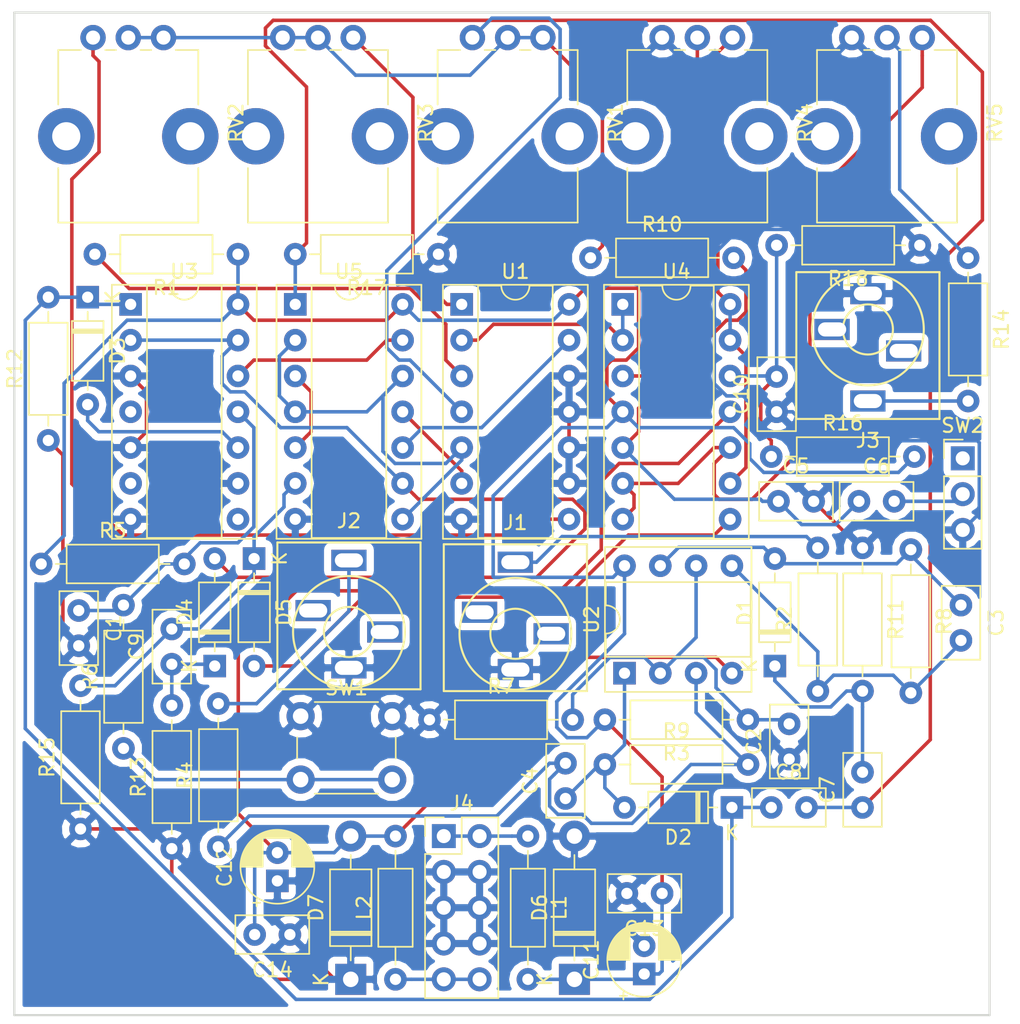
<source format=kicad_pcb>
(kicad_pcb (version 20171130) (host pcbnew "(5.0.2)-1")
  (layers (0 F.Cu signal) (31 B.Cu signal) (34 B.Paste user) (35 F.Paste user) (36 B.SilkS user) (37 F.SilkS user) (38 B.Mask user) (39 F.Mask user) (44 Edge.Cuts user))
  (net 0 "")
  (net 1 "Net-(C1-Pad1)")
  (net 2 GND)
  (net 3 "Net-(C2-Pad2)")
  (net 4 "Net-(C3-Pad1)")
  (net 5 "Net-(C3-Pad2)")
  (net 6 "Net-(C4-Pad1)")
  (net 7 "Net-(C4-Pad2)")
  (net 8 "Net-(C5-Pad1)")
  (net 9 "Net-(C6-Pad2)")
  (net 10 Gate)
  (net 11 "Net-(C7-Pad2)")
  (net 12 Man-Gate)
  (net 13 O)
  (net 14 "Net-(C9-Pad1)")
  (net 15 "Net-(C10-Pad2)")
  (net 16 12V)
  (net 17 -12V)
  (net 18 "Net-(D3-Pad2)")
  (net 19 "Net-(D4-Pad2)")
  (net 20 "Net-(D5-Pad2)")
  (net 21 "Net-(J1-PadT)")
  (net 22 "Net-(J1-PadR)")
  (net 23 "Net-(J1-PadG)")
  (net 24 "Net-(J2-PadG)")
  (net 25 "Net-(J2-PadR)")
  (net 26 "Net-(J2-PadT)")
  (net 27 "Net-(J3-PadT)")
  (net 28 "Net-(J3-PadR)")
  (net 29 "Net-(J3-PadG)")
  (net 30 12VC)
  (net 31 -12VC)
  (net 32 "Net-(R1-Pad2)")
  (net 33 "Net-(R6-Pad1)")
  (net 34 "Net-(R10-Pad1)")
  (net 35 "Net-(R14-Pad1)")
  (net 36 "Net-(RV1-Pad1)")
  (net 37 "Net-(RV2-Pad1)")
  (net 38 "Net-(RV3-Pad3)")
  (net 39 "Net-(RV4-Pad3)")
  (net 40 "Net-(RV4-Pad2)")
  (net 41 "Net-(RV5-Pad3)")
  (net 42 "Net-(SW2-Pad1)")
  (net 43 "Net-(U1-Pad2)")
  (net 44 A)
  (net 45 R)
  (net 46 D)
  (net 47 "Net-(U3-Pad6)")
  (net 48 "Net-(U3-Pad12)")
  (net 49 "Net-(U3-Pad4)")
  (net 50 "Net-(U3-Pad8)")
  (net 51 "Net-(U5-Pad3)")
  (module Capacitor_THT:C_Disc_D5.0mm_W2.5mm_P2.50mm (layer F.Cu) (at 36.322 64.008 270)
    (fp_text reference C1 (at 1.25 -2.5 270) (layer F.SilkS))
    (fp_text value 1uF)
    (pad 1 thru_hole circle (at 0 0 270) (size 1.6 1.6) (drill 0.8) (layers *.Cu *.Mask) (net 1 "Net-(C1-Pad1)"))
    (pad 2 thru_hole circle (at 2.5 0 270) (size 1.6 1.6) (drill 0.8) (layers *.Cu *.Mask) (net 2 GND))
  )
  (module Capacitor_THT:C_Disc_D5.0mm_W2.5mm_P2.50mm (layer F.Cu) (at 86.741 74.549 90)
    (fp_text reference C2 (at 1.25 -2.5 90) (layer F.SilkS))
    (fp_text value 0.1uF)
    (pad 2 thru_hole circle (at 2.5 0 90) (size 1.6 1.6) (drill 0.8) (layers *.Cu *.Mask) (net 3 "Net-(C2-Pad2)"))
    (pad 1 thru_hole circle (at 0 0 90) (size 1.6 1.6) (drill 0.8) (layers *.Cu *.Mask) (net 2 GND))
  )
  (module Capacitor_THT:C_Disc_D5.0mm_W2.5mm_P2.50mm (layer F.Cu) (at 98.933 63.627 270)
    (fp_text reference C3 (at 1.25 -2.5 270) (layer F.SilkS))
    (fp_text value 100pF)
    (pad 1 thru_hole circle (at 0 0 270) (size 1.6 1.6) (drill 0.8) (layers *.Cu *.Mask) (net 4 "Net-(C3-Pad1)"))
    (pad 2 thru_hole circle (at 2.5 0 270) (size 1.6 1.6) (drill 0.8) (layers *.Cu *.Mask) (net 5 "Net-(C3-Pad2)"))
  )
  (module Capacitor_THT:C_Disc_D5.0mm_W2.5mm_P2.50mm (layer F.Cu) (at 70.866 77.343 90)
    (fp_text reference C4 (at 1.25 -2.5 90) (layer F.SilkS))
    (fp_text value 100pF)
    (pad 1 thru_hole circle (at 0 0 90) (size 1.6 1.6) (drill 0.8) (layers *.Cu *.Mask) (net 6 "Net-(C4-Pad1)"))
    (pad 2 thru_hole circle (at 2.5 0 90) (size 1.6 1.6) (drill 0.8) (layers *.Cu *.Mask) (net 7 "Net-(C4-Pad2)"))
  )
  (module Capacitor_THT:C_Disc_D5.0mm_W2.5mm_P2.50mm (layer F.Cu) (at 85.979 56.261)
    (fp_text reference C5 (at 1.25 -2.5) (layer F.SilkS))
    (fp_text value 1uF)
    (pad 1 thru_hole circle (at 0 0) (size 1.6 1.6) (drill 0.8) (layers *.Cu *.Mask) (net 8 "Net-(C5-Pad1)"))
    (pad 2 thru_hole circle (at 2.5 0) (size 1.6 1.6) (drill 0.8) (layers *.Cu *.Mask) (net 2 GND))
  )
  (module Capacitor_THT:C_Disc_D5.0mm_W2.5mm_P2.50mm (layer F.Cu) (at 91.694 56.261)
    (fp_text reference C6 (at 1.25 -2.5) (layer F.SilkS))
    (fp_text value 15uF)
    (pad 2 thru_hole circle (at 2.5 0) (size 1.6 1.6) (drill 0.8) (layers *.Cu *.Mask) (net 9 "Net-(C6-Pad2)"))
    (pad 1 thru_hole circle (at 0 0) (size 1.6 1.6) (drill 0.8) (layers *.Cu *.Mask) (net 8 "Net-(C5-Pad1)"))
  )
  (module Capacitor_THT:C_Disc_D5.0mm_W2.5mm_P2.50mm (layer F.Cu) (at 91.948 77.978 90)
    (fp_text reference C7 (at 1.25 -2.5 90) (layer F.SilkS))
    (fp_text value 0.01uF)
    (pad 1 thru_hole circle (at 0 0 90) (size 1.6 1.6) (drill 0.8) (layers *.Cu *.Mask) (net 10 Gate))
    (pad 2 thru_hole circle (at 2.5 0 90) (size 1.6 1.6) (drill 0.8) (layers *.Cu *.Mask) (net 11 "Net-(C7-Pad2)"))
  )
  (module Capacitor_THT:C_Disc_D5.0mm_W2.5mm_P2.50mm (layer F.Cu) (at 85.471 77.978)
    (fp_text reference C8 (at 1.25 -2.5) (layer F.SilkS))
    (fp_text value 0.001uF)
    (pad 2 thru_hole circle (at 2.5 0) (size 1.6 1.6) (drill 0.8) (layers *.Cu *.Mask) (net 10 Gate))
    (pad 1 thru_hole circle (at 0 0) (size 1.6 1.6) (drill 0.8) (layers *.Cu *.Mask) (net 12 Man-Gate))
  )
  (module Capacitor_THT:C_Disc_D5.0mm_W2.5mm_P2.50mm (layer F.Cu) (at 42.926 67.818 90)
    (fp_text reference C9 (at 1.25 -2.5 90) (layer F.SilkS))
    (fp_text value 0.001uF)
    (pad 2 thru_hole circle (at 2.5 0 90) (size 1.6 1.6) (drill 0.8) (layers *.Cu *.Mask) (net 13 O))
    (pad 1 thru_hole circle (at 0 0 90) (size 1.6 1.6) (drill 0.8) (layers *.Cu *.Mask) (net 14 "Net-(C9-Pad1)"))
  )
  (module Capacitor_THT:C_Disc_D5.0mm_W2.5mm_P2.50mm (layer F.Cu) (at 85.852 49.911 90)
    (fp_text reference C10 (at 1.25 -2.5 90) (layer F.SilkS))
    (fp_text value 0.1uF)
    (pad 2 thru_hole circle (at 2.5 0 90) (size 1.6 1.6) (drill 0.8) (layers *.Cu *.Mask) (net 15 "Net-(C10-Pad2)"))
    (pad 1 thru_hole circle (at 0 0 90) (size 1.6 1.6) (drill 0.8) (layers *.Cu *.Mask) (net 2 GND))
  )
  (module Capacitor_THT:CP_Radial_D5.0mm_P2.00mm (layer F.Cu) (at 76.454 89.789 90)
    (fp_text reference C11 (at 1 -3.75 90) (layer F.SilkS))
    (fp_text value 10uF)
    (pad 1 thru_hole rect (at 0 0 90) (size 1.6 1.6) (drill 0.8) (layers *.Cu *.Mask) (net 16 12V))
    (pad 2 thru_hole circle (at 2 0 90) (size 1.6 1.6) (drill 0.8) (layers *.Cu *.Mask) (net 2 GND))
  )
  (module Capacitor_THT:CP_Radial_D5.0mm_P2.00mm (layer F.Cu) (at 50.419 83.185 90)
    (fp_text reference C12 (at 1 -3.75 90) (layer F.SilkS))
    (fp_text value 10uF)
    (pad 2 thru_hole circle (at 2 0 90) (size 1.6 1.6) (drill 0.8) (layers *.Cu *.Mask) (net 17 -12V))
    (pad 1 thru_hole rect (at 0 0 90) (size 1.6 1.6) (drill 0.8) (layers *.Cu *.Mask) (net 2 GND))
  )
  (module Capacitor_THT:C_Disc_D5.0mm_W2.5mm_P2.50mm (layer F.Cu) (at 77.724 84.074 180)
    (fp_text reference C13 (at 1.25 -2.5 180) (layer F.SilkS))
    (fp_text value 100nF)
    (pad 1 thru_hole circle (at 0 0 180) (size 1.6 1.6) (drill 0.8) (layers *.Cu *.Mask) (net 16 12V))
    (pad 2 thru_hole circle (at 2.5 0 180) (size 1.6 1.6) (drill 0.8) (layers *.Cu *.Mask) (net 2 GND))
  )
  (module Capacitor_THT:C_Disc_D5.0mm_W2.5mm_P2.50mm (layer F.Cu) (at 51.308 86.995 180)
    (fp_text reference C14 (at 1.25 -2.5 180) (layer F.SilkS))
    (fp_text value 100nF)
    (pad 2 thru_hole circle (at 2.5 0 180) (size 1.6 1.6) (drill 0.8) (layers *.Cu *.Mask) (net 17 -12V))
    (pad 1 thru_hole circle (at 0 0 180) (size 1.6 1.6) (drill 0.8) (layers *.Cu *.Mask) (net 2 GND))
  )
  (module Diode_THT:D_DO-35_SOD27_P7.62mm_Horizontal (layer F.Cu) (at 85.725 67.945 90)
    (fp_text reference D1 (at 3.81 -2.12 90) (layer F.SilkS))
    (fp_text value 1N4148)
    (fp_text user K (at 0 -1.8 90) (layer F.SilkS))
    (pad 1 thru_hole rect (at 0 0 90) (size 1.6 1.6) (drill 0.8) (layers *.Cu *.Mask) (net 11 "Net-(C7-Pad2)"))
    (pad 2 thru_hole oval (at 7.62 0 90) (size 1.6 1.6) (drill 0.8) (layers *.Cu *.Mask) (net 4 "Net-(C3-Pad1)"))
  )
  (module Diode_THT:D_DO-35_SOD27_P7.62mm_Horizontal (layer F.Cu) (at 82.677 77.978 180)
    (fp_text reference D2 (at 3.81 -2.12 180) (layer F.SilkS))
    (fp_text value 1N4148)
    (fp_text user K (at 0 -1.8 180) (layer F.SilkS))
    (pad 1 thru_hole rect (at 0 0 180) (size 1.6 1.6) (drill 0.8) (layers *.Cu *.Mask) (net 12 Man-Gate))
    (pad 2 thru_hole oval (at 7.62 0 180) (size 1.6 1.6) (drill 0.8) (layers *.Cu *.Mask) (net 6 "Net-(C4-Pad1)"))
  )
  (module Diode_THT:D_DO-35_SOD27_P7.62mm_Horizontal (layer F.Cu) (at 36.957 41.783 270)
    (fp_text reference D3 (at 3.81 -2.12 270) (layer F.SilkS))
    (fp_text value 1N4148)
    (fp_text user K (at 0 -1.8 270) (layer F.SilkS))
    (pad 2 thru_hole oval (at 7.62 0 270) (size 1.6 1.6) (drill 0.8) (layers *.Cu *.Mask) (net 18 "Net-(D3-Pad2)"))
    (pad 1 thru_hole rect (at 0 0 270) (size 1.6 1.6) (drill 0.8) (layers *.Cu *.Mask) (net 12 Man-Gate))
  )
  (module Diode_THT:D_DO-35_SOD27_P7.62mm_Horizontal (layer F.Cu) (at 45.974 67.945 90)
    (fp_text reference D4 (at 3.81 -2.12 90) (layer F.SilkS))
    (fp_text value 1N4148)
    (fp_text user K (at 0 -1.8 90) (layer F.SilkS))
    (pad 1 thru_hole rect (at 0 0 90) (size 1.6 1.6) (drill 0.8) (layers *.Cu *.Mask) (net 14 "Net-(C9-Pad1)"))
    (pad 2 thru_hole oval (at 7.62 0 90) (size 1.6 1.6) (drill 0.8) (layers *.Cu *.Mask) (net 19 "Net-(D4-Pad2)"))
  )
  (module Diode_THT:D_DO-35_SOD27_P7.62mm_Horizontal (layer F.Cu) (at 48.768 60.325 270)
    (fp_text reference D5 (at 3.81 -2.12 270) (layer F.SilkS))
    (fp_text value 1N4148)
    (fp_text user K (at 0 -1.8 270) (layer F.SilkS))
    (pad 2 thru_hole oval (at 7.62 0 270) (size 1.6 1.6) (drill 0.8) (layers *.Cu *.Mask) (net 20 "Net-(D5-Pad2)"))
    (pad 1 thru_hole rect (at 0 0 270) (size 1.6 1.6) (drill 0.8) (layers *.Cu *.Mask) (net 13 O))
  )
  (module Diode_THT:D_DO-41_SOD81_P10.16mm_Horizontal (layer F.Cu) (at 71.501 90.17 90)
    (fp_text reference D6 (at 5.08 -2.47 90) (layer F.SilkS))
    (fp_text value 1N4007)
    (fp_text user K (at 0 -2.1 90) (layer F.SilkS))
    (pad 2 thru_hole oval (at 10.16 0 90) (size 2.2 2.2) (drill 1.1) (layers *.Cu *.Mask) (net 2 GND))
    (pad 1 thru_hole rect (at 0 0 90) (size 2.2 2.2) (drill 1.1) (layers *.Cu *.Mask) (net 16 12V))
  )
  (module Diode_THT:D_DO-41_SOD81_P10.16mm_Horizontal (layer F.Cu) (at 55.626 90.17 90)
    (fp_text reference D7 (at 5.08 -2.47 90) (layer F.SilkS))
    (fp_text value 1N4007)
    (fp_text user K (at 0 -2.1 90) (layer F.SilkS))
    (pad 1 thru_hole rect (at 0 0 90) (size 2.2 2.2) (drill 1.1) (layers *.Cu *.Mask) (net 2 GND))
    (pad 2 thru_hole oval (at 10.16 0 90) (size 2.2 2.2) (drill 1.1) (layers *.Cu *.Mask) (net 17 -12V))
  )
  (module synth:jack_audio (layer F.Cu) (at 67.31 65.659)
    (fp_text reference J1 (at 0 -7.882) (layer F.SilkS))
    (fp_text value Trigger)
    (pad T thru_hole rect (at 0 -5.08) (size 2.5 1.5) (drill oval 2 1) (layers *.Cu *.Mask) (net 21 "Net-(J1-PadT)"))
    (pad R thru_hole rect (at 2.54 0) (size 2.5 1.5) (drill oval 2 1) (layers *.Cu *.Mask) (net 22 "Net-(J1-PadR)"))
    (pad G thru_hole rect (at -2.54 -1.524) (size 2.5 1.5) (drill oval 2 1) (layers *.Cu *.Mask) (net 23 "Net-(J1-PadG)"))
    (pad S thru_hole rect (at 0 2.54) (size 2.5 1.5) (drill oval 2 1) (layers *.Cu *.Mask) (net 2 GND))
  )
  (module synth:jack_audio (layer F.Cu) (at 55.499 65.532)
    (fp_text reference J2 (at 0 -7.882) (layer F.SilkS))
    (fp_text value Gate)
    (pad S thru_hole rect (at 0 2.54) (size 2.5 1.5) (drill oval 2 1) (layers *.Cu *.Mask) (net 2 GND))
    (pad G thru_hole rect (at -2.54 -1.524) (size 2.5 1.5) (drill oval 2 1) (layers *.Cu *.Mask) (net 24 "Net-(J2-PadG)"))
    (pad R thru_hole rect (at 2.54 0) (size 2.5 1.5) (drill oval 2 1) (layers *.Cu *.Mask) (net 25 "Net-(J2-PadR)"))
    (pad T thru_hole rect (at 0 -5.08) (size 2.5 1.5) (drill oval 2 1) (layers *.Cu *.Mask) (net 26 "Net-(J2-PadT)"))
  )
  (module synth:jack_audio (layer F.Cu) (at 92.329 44.069 180)
    (fp_text reference J3 (at 0 -7.882 180) (layer F.SilkS))
    (fp_text value OUT)
    (pad T thru_hole rect (at 0 -5.08 180) (size 2.5 1.5) (drill oval 2 1) (layers *.Cu *.Mask) (net 27 "Net-(J3-PadT)"))
    (pad R thru_hole rect (at 2.54 0 180) (size 2.5 1.5) (drill oval 2 1) (layers *.Cu *.Mask) (net 28 "Net-(J3-PadR)"))
    (pad G thru_hole rect (at -2.54 -1.524 180) (size 2.5 1.5) (drill oval 2 1) (layers *.Cu *.Mask) (net 29 "Net-(J3-PadG)"))
    (pad S thru_hole rect (at 0 2.54 180) (size 2.5 1.5) (drill oval 2 1) (layers *.Cu *.Mask) (net 2 GND))
  )
  (module Connector_PinHeader_2.54mm:PinHeader_2x05_P2.54mm_Vertical (layer F.Cu) (at 62.23 80.01)
    (fp_text reference J4 (at 1.27 -2.33) (layer F.SilkS))
    (fp_text value Conn_02x05_Odd_Even)
    (pad 1 thru_hole rect (at 0 0) (size 1.7 1.7) (drill 1) (layers *.Cu *.Mask) (net 30 12VC))
    (pad 2 thru_hole oval (at 2.54 0) (size 1.7 1.7) (drill 1) (layers *.Cu *.Mask) (net 30 12VC))
    (pad 3 thru_hole oval (at 0 2.54) (size 1.7 1.7) (drill 1) (layers *.Cu *.Mask) (net 2 GND))
    (pad 4 thru_hole oval (at 2.54 2.54) (size 1.7 1.7) (drill 1) (layers *.Cu *.Mask) (net 2 GND))
    (pad 5 thru_hole oval (at 0 5.08) (size 1.7 1.7) (drill 1) (layers *.Cu *.Mask) (net 2 GND))
    (pad 6 thru_hole oval (at 2.54 5.08) (size 1.7 1.7) (drill 1) (layers *.Cu *.Mask) (net 2 GND))
    (pad 7 thru_hole oval (at 0 7.62) (size 1.7 1.7) (drill 1) (layers *.Cu *.Mask) (net 2 GND))
    (pad 8 thru_hole oval (at 2.54 7.62) (size 1.7 1.7) (drill 1) (layers *.Cu *.Mask) (net 2 GND))
    (pad 9 thru_hole oval (at 0 10.16) (size 1.7 1.7) (drill 1) (layers *.Cu *.Mask) (net 31 -12VC))
    (pad 10 thru_hole oval (at 2.54 10.16) (size 1.7 1.7) (drill 1) (layers *.Cu *.Mask) (net 31 -12VC))
  )
  (module Inductor_THT:L_Axial_L5.3mm_D2.2mm_P10.16mm_Horizontal_Vishay_IM-1 (layer F.Cu) (at 68.199 80.01 270)
    (fp_text reference L1 (at 5.08 -2.22 270) (layer F.SilkS))
    (fp_text value 22uH)
    (pad 1 thru_hole circle (at 0 0 270) (size 1.6 1.6) (drill 0.8) (layers *.Cu *.Mask) (net 30 12VC))
    (pad 2 thru_hole oval (at 10.16 0 270) (size 1.6 1.6) (drill 0.8) (layers *.Cu *.Mask) (net 16 12V))
  )
  (module Inductor_THT:L_Axial_L5.3mm_D2.2mm_P10.16mm_Horizontal_Vishay_IM-1 (layer F.Cu) (at 58.801 90.17 90)
    (fp_text reference L2 (at 5.08 -2.22 90) (layer F.SilkS))
    (fp_text value 22uH)
    (pad 2 thru_hole oval (at 10.16 0 90) (size 1.6 1.6) (drill 0.8) (layers *.Cu *.Mask) (net 17 -12V))
    (pad 1 thru_hole circle (at 0 0 90) (size 1.6 1.6) (drill 0.8) (layers *.Cu *.Mask) (net 31 -12VC))
  )
  (module Resistor_THT:R_Axial_DIN0207_L6.3mm_D2.5mm_P10.16mm_Horizontal (layer F.Cu) (at 47.625 38.735 180)
    (fp_text reference R1 (at 5.08 -2.37 180) (layer F.SilkS))
    (fp_text value 1k)
    (pad 2 thru_hole oval (at 10.16 0 180) (size 1.6 1.6) (drill 0.8) (layers *.Cu *.Mask) (net 32 "Net-(R1-Pad2)"))
    (pad 1 thru_hole circle (at 0 0 180) (size 1.6 1.6) (drill 0.8) (layers *.Cu *.Mask) (net 16 12V))
  )
  (module Resistor_THT:R_Axial_DIN0207_L6.3mm_D2.5mm_P10.16mm_Horizontal (layer F.Cu) (at 88.773 69.723 90)
    (fp_text reference R2 (at 5.08 -2.37 90) (layer F.SilkS))
    (fp_text value 20k)
    (pad 2 thru_hole oval (at 10.16 0 90) (size 1.6 1.6) (drill 0.8) (layers *.Cu *.Mask) (net 21 "Net-(J1-PadT)"))
    (pad 1 thru_hole circle (at 0 0 90) (size 1.6 1.6) (drill 0.8) (layers *.Cu *.Mask) (net 5 "Net-(C3-Pad2)"))
  )
  (module Resistor_THT:R_Axial_DIN0207_L6.3mm_D2.5mm_P10.16mm_Horizontal (layer F.Cu) (at 83.82 71.755 180)
    (fp_text reference R3 (at 5.08 -2.37 180) (layer F.SilkS))
    (fp_text value 100k)
    (pad 1 thru_hole circle (at 0 0 180) (size 1.6 1.6) (drill 0.8) (layers *.Cu *.Mask) (net 3 "Net-(C2-Pad2)"))
    (pad 2 thru_hole oval (at 10.16 0 180) (size 1.6 1.6) (drill 0.8) (layers *.Cu *.Mask) (net 16 12V))
  )
  (module Resistor_THT:R_Axial_DIN0207_L6.3mm_D2.5mm_P10.16mm_Horizontal (layer F.Cu) (at 46.228 80.772 90)
    (fp_text reference R4 (at 5.08 -2.37 90) (layer F.SilkS))
    (fp_text value 20k)
    (pad 1 thru_hole circle (at 0 0 90) (size 1.6 1.6) (drill 0.8) (layers *.Cu *.Mask) (net 7 "Net-(C4-Pad2)"))
    (pad 2 thru_hole oval (at 10.16 0 90) (size 1.6 1.6) (drill 0.8) (layers *.Cu *.Mask) (net 26 "Net-(J2-PadT)"))
  )
  (module Resistor_THT:R_Axial_DIN0207_L6.3mm_D2.5mm_P10.16mm_Horizontal (layer F.Cu) (at 33.655 60.706)
    (fp_text reference R5 (at 5.08 -2.37) (layer F.SilkS))
    (fp_text value 47k)
    (pad 1 thru_hole circle (at 0 0) (size 1.6 1.6) (drill 0.8) (layers *.Cu *.Mask) (net 16 12V))
    (pad 2 thru_hole oval (at 10.16 0) (size 1.6 1.6) (drill 0.8) (layers *.Cu *.Mask) (net 1 "Net-(C1-Pad1)"))
  )
  (module Resistor_THT:R_Axial_DIN0207_L6.3mm_D2.5mm_P10.16mm_Horizontal (layer F.Cu) (at 39.497 73.787 90)
    (fp_text reference R6 (at 5.08 -2.37 90) (layer F.SilkS))
    (fp_text value 10k)
    (pad 2 thru_hole oval (at 10.16 0 90) (size 1.6 1.6) (drill 0.8) (layers *.Cu *.Mask) (net 1 "Net-(C1-Pad1)"))
    (pad 1 thru_hole circle (at 0 0 90) (size 1.6 1.6) (drill 0.8) (layers *.Cu *.Mask) (net 33 "Net-(R6-Pad1)"))
  )
  (module Resistor_THT:R_Axial_DIN0207_L6.3mm_D2.5mm_P10.16mm_Horizontal (layer F.Cu) (at 61.214 71.755)
    (fp_text reference R7 (at 5.08 -2.37) (layer F.SilkS))
    (fp_text value 20k)
    (pad 2 thru_hole oval (at 10.16 0) (size 1.6 1.6) (drill 0.8) (layers *.Cu *.Mask) (net 3 "Net-(C2-Pad2)"))
    (pad 1 thru_hole circle (at 0 0) (size 1.6 1.6) (drill 0.8) (layers *.Cu *.Mask) (net 2 GND))
  )
  (module Resistor_THT:R_Axial_DIN0207_L6.3mm_D2.5mm_P10.16mm_Horizontal (layer F.Cu) (at 95.377 59.69 270)
    (fp_text reference R8 (at 5.08 -2.37 270) (layer F.SilkS))
    (fp_text value 1M)
    (pad 1 thru_hole circle (at 0 0 270) (size 1.6 1.6) (drill 0.8) (layers *.Cu *.Mask) (net 4 "Net-(C3-Pad1)"))
    (pad 2 thru_hole oval (at 10.16 0 270) (size 1.6 1.6) (drill 0.8) (layers *.Cu *.Mask) (net 5 "Net-(C3-Pad2)"))
  )
  (module Resistor_THT:R_Axial_DIN0207_L6.3mm_D2.5mm_P10.16mm_Horizontal (layer F.Cu) (at 73.66 74.93)
    (fp_text reference R9 (at 5.08 -2.37) (layer F.SilkS))
    (fp_text value 1M)
    (pad 2 thru_hole oval (at 10.16 0) (size 1.6 1.6) (drill 0.8) (layers *.Cu *.Mask) (net 7 "Net-(C4-Pad2)"))
    (pad 1 thru_hole circle (at 0 0) (size 1.6 1.6) (drill 0.8) (layers *.Cu *.Mask) (net 6 "Net-(C4-Pad1)"))
  )
  (module Resistor_THT:R_Axial_DIN0207_L6.3mm_D2.5mm_P10.16mm_Horizontal (layer F.Cu) (at 72.644 38.989)
    (fp_text reference R10 (at 5.08 -2.37) (layer F.SilkS))
    (fp_text value 1k)
    (pad 1 thru_hole circle (at 0 0) (size 1.6 1.6) (drill 0.8) (layers *.Cu *.Mask) (net 34 "Net-(R10-Pad1)"))
    (pad 2 thru_hole oval (at 10.16 0) (size 1.6 1.6) (drill 0.8) (layers *.Cu *.Mask) (net 8 "Net-(C5-Pad1)"))
  )
  (module Resistor_THT:R_Axial_DIN0207_L6.3mm_D2.5mm_P10.16mm_Horizontal (layer F.Cu) (at 91.948 59.563 270)
    (fp_text reference R11 (at 5.08 -2.37 270) (layer F.SilkS))
    (fp_text value 10k)
    (pad 2 thru_hole oval (at 10.16 0 270) (size 1.6 1.6) (drill 0.8) (layers *.Cu *.Mask) (net 11 "Net-(C7-Pad2)"))
    (pad 1 thru_hole circle (at 0 0 270) (size 1.6 1.6) (drill 0.8) (layers *.Cu *.Mask) (net 2 GND))
  )
  (module Resistor_THT:R_Axial_DIN0207_L6.3mm_D2.5mm_P10.16mm_Horizontal (layer F.Cu) (at 34.163 51.943 90)
    (fp_text reference R12 (at 5.08 -2.37 90) (layer F.SilkS))
    (fp_text value 10k)
    (pad 2 thru_hole oval (at 10.16 0 90) (size 1.6 1.6) (drill 0.8) (layers *.Cu *.Mask) (net 12 Man-Gate))
    (pad 1 thru_hole circle (at 0 0 90) (size 1.6 1.6) (drill 0.8) (layers *.Cu *.Mask) (net 2 GND))
  )
  (module Resistor_THT:R_Axial_DIN0207_L6.3mm_D2.5mm_P10.16mm_Horizontal (layer F.Cu) (at 42.926 80.899 90)
    (fp_text reference R13 (at 5.08 -2.37 90) (layer F.SilkS))
    (fp_text value 10k)
    (pad 2 thru_hole oval (at 10.16 0 90) (size 1.6 1.6) (drill 0.8) (layers *.Cu *.Mask) (net 14 "Net-(C9-Pad1)"))
    (pad 1 thru_hole circle (at 0 0 90) (size 1.6 1.6) (drill 0.8) (layers *.Cu *.Mask) (net 2 GND))
  )
  (module Resistor_THT:R_Axial_DIN0207_L6.3mm_D2.5mm_P10.16mm_Horizontal (layer F.Cu) (at 99.441 38.989 270)
    (fp_text reference R14 (at 5.08 -2.37 270) (layer F.SilkS))
    (fp_text value 1k)
    (pad 1 thru_hole circle (at 0 0 270) (size 1.6 1.6) (drill 0.8) (layers *.Cu *.Mask) (net 35 "Net-(R14-Pad1)"))
    (pad 2 thru_hole oval (at 10.16 0 270) (size 1.6 1.6) (drill 0.8) (layers *.Cu *.Mask) (net 27 "Net-(J3-PadT)"))
  )
  (module Resistor_THT:R_Axial_DIN0207_L6.3mm_D2.5mm_P10.16mm_Horizontal (layer F.Cu) (at 36.449 79.502 90)
    (fp_text reference R15 (at 5.08 -2.37 90) (layer F.SilkS))
    (fp_text value 100k)
    (pad 1 thru_hole circle (at 0 0 90) (size 1.6 1.6) (drill 0.8) (layers *.Cu *.Mask) (net 2 GND))
    (pad 2 thru_hole oval (at 10.16 0 90) (size 1.6 1.6) (drill 0.8) (layers *.Cu *.Mask) (net 13 O))
  )
  (module Resistor_THT:R_Axial_DIN0207_L6.3mm_D2.5mm_P10.16mm_Horizontal (layer F.Cu) (at 85.471 53.086)
    (fp_text reference R16 (at 5.08 -2.37) (layer F.SilkS))
    (fp_text value 2k)
    (pad 1 thru_hole circle (at 0 0) (size 1.6 1.6) (drill 0.8) (layers *.Cu *.Mask) (net 15 "Net-(C10-Pad2)"))
    (pad 2 thru_hole oval (at 10.16 0) (size 1.6 1.6) (drill 0.8) (layers *.Cu *.Mask) (net 16 12V))
  )
  (module Resistor_THT:R_Axial_DIN0207_L6.3mm_D2.5mm_P10.16mm_Horizontal (layer F.Cu) (at 61.849 38.735 180)
    (fp_text reference R17 (at 5.08 -2.37 180) (layer F.SilkS))
    (fp_text value 100k)
    (pad 2 thru_hole oval (at 10.16 0 180) (size 1.6 1.6) (drill 0.8) (layers *.Cu *.Mask) (net 10 Gate))
    (pad 1 thru_hole circle (at 0 0 180) (size 1.6 1.6) (drill 0.8) (layers *.Cu *.Mask) (net 2 GND))
  )
  (module Resistor_THT:R_Axial_DIN0207_L6.3mm_D2.5mm_P10.16mm_Horizontal (layer F.Cu) (at 96.012 38.1 180)
    (fp_text reference R18 (at 5.08 -2.37 180) (layer F.SilkS))
    (fp_text value 10k)
    (pad 1 thru_hole circle (at 0 0 180) (size 1.6 1.6) (drill 0.8) (layers *.Cu *.Mask) (net 2 GND))
    (pad 2 thru_hole oval (at 10.16 0 180) (size 1.6 1.6) (drill 0.8) (layers *.Cu *.Mask) (net 15 "Net-(C10-Pad2)"))
  )
  (module Potentiometer_THT:Potentiometer_Bourns_PTV09A-1_Single_Vertical (layer F.Cu) (at 64.262 23.368 270)
    (fp_text reference RV1 (at 6.05 -10.15 270) (layer F.SilkS))
    (fp_text value 1M)
    (pad "" np_thru_hole circle (at 7 1.9 270) (size 4 4) (drill 2) (layers *.Cu *.Mask))
    (pad "" np_thru_hole circle (at 7 -6.9 270) (size 4 4) (drill 2) (layers *.Cu *.Mask))
    (pad 1 thru_hole circle (at 0 0 270) (size 1.8 1.8) (drill 1) (layers *.Cu *.Mask) (net 36 "Net-(RV1-Pad1)"))
    (pad 2 thru_hole circle (at 0 -2.5 270) (size 1.8 1.8) (drill 1) (layers *.Cu *.Mask) (net 34 "Net-(R10-Pad1)"))
    (pad 3 thru_hole circle (at 0 -5 270) (size 1.8 1.8) (drill 1) (layers *.Cu *.Mask) (net 34 "Net-(R10-Pad1)"))
  )
  (module Potentiometer_THT:Potentiometer_Bourns_PTV09A-1_Single_Vertical (layer F.Cu) (at 37.338 23.368 270)
    (fp_text reference RV2 (at 6.05 -10.15 270) (layer F.SilkS))
    (fp_text value 1M)
    (pad "" np_thru_hole circle (at 7 1.9 270) (size 4 4) (drill 2) (layers *.Cu *.Mask))
    (pad "" np_thru_hole circle (at 7 -6.9 270) (size 4 4) (drill 2) (layers *.Cu *.Mask))
    (pad 1 thru_hole circle (at 0 0 270) (size 1.8 1.8) (drill 1) (layers *.Cu *.Mask) (net 37 "Net-(RV2-Pad1)"))
    (pad 2 thru_hole circle (at 0 -2.5 270) (size 1.8 1.8) (drill 1) (layers *.Cu *.Mask) (net 34 "Net-(R10-Pad1)"))
    (pad 3 thru_hole circle (at 0 -5 270) (size 1.8 1.8) (drill 1) (layers *.Cu *.Mask) (net 34 "Net-(R10-Pad1)"))
  )
  (module Potentiometer_THT:Potentiometer_Bourns_PTV09A-1_Single_Vertical (layer F.Cu) (at 50.8 23.368 270)
    (fp_text reference RV3 (at 6.05 -10.15 270) (layer F.SilkS))
    (fp_text value 1M)
    (pad 3 thru_hole circle (at 0 -5 270) (size 1.8 1.8) (drill 1) (layers *.Cu *.Mask) (net 38 "Net-(RV3-Pad3)"))
    (pad 2 thru_hole circle (at 0 -2.5 270) (size 1.8 1.8) (drill 1) (layers *.Cu *.Mask) (net 34 "Net-(R10-Pad1)"))
    (pad 1 thru_hole circle (at 0 0 270) (size 1.8 1.8) (drill 1) (layers *.Cu *.Mask) (net 34 "Net-(R10-Pad1)"))
    (pad "" np_thru_hole circle (at 7 -6.9 270) (size 4 4) (drill 2) (layers *.Cu *.Mask))
    (pad "" np_thru_hole circle (at 7 1.9 270) (size 4 4) (drill 2) (layers *.Cu *.Mask))
  )
  (module Potentiometer_THT:Potentiometer_Bourns_PTV09A-1_Single_Vertical (layer F.Cu) (at 77.724 23.368 270)
    (fp_text reference RV4 (at 6.05 -10.15 270) (layer F.SilkS))
    (fp_text value 100k)
    (pad 3 thru_hole circle (at 0 -5 270) (size 1.8 1.8) (drill 1) (layers *.Cu *.Mask) (net 39 "Net-(RV4-Pad3)"))
    (pad 2 thru_hole circle (at 0 -2.5 270) (size 1.8 1.8) (drill 1) (layers *.Cu *.Mask) (net 40 "Net-(RV4-Pad2)"))
    (pad 1 thru_hole circle (at 0 0 270) (size 1.8 1.8) (drill 1) (layers *.Cu *.Mask) (net 2 GND))
    (pad "" np_thru_hole circle (at 7 -6.9 270) (size 4 4) (drill 2) (layers *.Cu *.Mask))
    (pad "" np_thru_hole circle (at 7 1.9 270) (size 4 4) (drill 2) (layers *.Cu *.Mask))
  )
  (module Potentiometer_THT:Potentiometer_Bourns_PTV09A-1_Single_Vertical (layer F.Cu) (at 91.186 23.368 270)
    (fp_text reference RV5 (at 6.05 -10.15 270) (layer F.SilkS))
    (fp_text value 10k)
    (pad 3 thru_hole circle (at 0 -5 270) (size 1.8 1.8) (drill 1) (layers *.Cu *.Mask) (net 41 "Net-(RV5-Pad3)"))
    (pad 2 thru_hole circle (at 0 -2.5 270) (size 1.8 1.8) (drill 1) (layers *.Cu *.Mask) (net 35 "Net-(R14-Pad1)"))
    (pad 1 thru_hole circle (at 0 0 270) (size 1.8 1.8) (drill 1) (layers *.Cu *.Mask) (net 2 GND))
    (pad "" np_thru_hole circle (at 7 -6.9 270) (size 4 4) (drill 2) (layers *.Cu *.Mask))
    (pad "" np_thru_hole circle (at 7 1.9 270) (size 4 4) (drill 2) (layers *.Cu *.Mask))
  )
  (module Button_Switch_THT:SW_PUSH_6mm_H4.3mm (layer F.Cu) (at 52.07 71.501)
    (fp_text reference SW1 (at 3.25 -2) (layer F.SilkS))
    (fp_text value SW_Push)
    (pad 2 thru_hole circle (at 0 4.5 90) (size 2 2) (drill 1.1) (layers *.Cu *.Mask) (net 33 "Net-(R6-Pad1)"))
    (pad 1 thru_hole circle (at 0 0 90) (size 2 2) (drill 1.1) (layers *.Cu *.Mask) (net 2 GND))
    (pad 2 thru_hole circle (at 6.5 4.5 90) (size 2 2) (drill 1.1) (layers *.Cu *.Mask) (net 33 "Net-(R6-Pad1)"))
    (pad 1 thru_hole circle (at 6.5 0 90) (size 2 2) (drill 1.1) (layers *.Cu *.Mask) (net 2 GND))
  )
  (module Connector_PinHeader_2.54mm:PinHeader_1x03_P2.54mm_Vertical (layer F.Cu) (at 99.06 53.213)
    (fp_text reference SW2 (at 0 -2.33) (layer F.SilkS))
    (fp_text value SW_SPDT)
    (pad 1 thru_hole rect (at 0 0) (size 1.7 1.7) (drill 1) (layers *.Cu *.Mask) (net 42 "Net-(SW2-Pad1)"))
    (pad 2 thru_hole oval (at 0 2.54) (size 1.7 1.7) (drill 1) (layers *.Cu *.Mask) (net 9 "Net-(C6-Pad2)"))
    (pad 3 thru_hole oval (at 0 5.08) (size 1.7 1.7) (drill 1) (layers *.Cu *.Mask) (net 2 GND))
  )
  (module Package_DIP:DIP-14_W7.62mm_Socket (layer F.Cu) (at 63.5 42.291)
    (fp_text reference U1 (at 3.81 -2.33) (layer F.SilkS))
    (fp_text value 4066)
    (pad 1 thru_hole rect (at 0 0) (size 1.6 1.6) (drill 0.8) (layers *.Cu *.Mask) (net 38 "Net-(RV3-Pad3)"))
    (pad 8 thru_hole oval (at 7.62 15.24) (size 1.6 1.6) (drill 0.8) (layers *.Cu *.Mask) (net 37 "Net-(RV2-Pad1)"))
    (pad 2 thru_hole oval (at 0 2.54) (size 1.6 1.6) (drill 0.8) (layers *.Cu *.Mask) (net 43 "Net-(U1-Pad2)"))
    (pad 9 thru_hole oval (at 7.62 12.7) (size 1.6 1.6) (drill 0.8) (layers *.Cu *.Mask) (net 2 GND))
    (pad 3 thru_hole oval (at 0 5.08) (size 1.6 1.6) (drill 0.8) (layers *.Cu *.Mask) (net 32 "Net-(R1-Pad2)"))
    (pad 10 thru_hole oval (at 7.62 10.16) (size 1.6 1.6) (drill 0.8) (layers *.Cu *.Mask) (net 2 GND))
    (pad 4 thru_hole oval (at 0 7.62) (size 1.6 1.6) (drill 0.8) (layers *.Cu *.Mask) (net 36 "Net-(RV1-Pad1)"))
    (pad 11 thru_hole oval (at 7.62 7.62) (size 1.6 1.6) (drill 0.8) (layers *.Cu *.Mask) (net 2 GND))
    (pad 5 thru_hole oval (at 0 10.16) (size 1.6 1.6) (drill 0.8) (layers *.Cu *.Mask) (net 44 A))
    (pad 12 thru_hole oval (at 7.62 5.08) (size 1.6 1.6) (drill 0.8) (layers *.Cu *.Mask) (net 2 GND))
    (pad 6 thru_hole oval (at 0 12.7) (size 1.6 1.6) (drill 0.8) (layers *.Cu *.Mask) (net 45 R))
    (pad 13 thru_hole oval (at 7.62 2.54) (size 1.6 1.6) (drill 0.8) (layers *.Cu *.Mask) (net 46 D))
    (pad 7 thru_hole oval (at 0 15.24) (size 1.6 1.6) (drill 0.8) (layers *.Cu *.Mask) (net 2 GND))
    (pad 14 thru_hole oval (at 7.62 0) (size 1.6 1.6) (drill 0.8) (layers *.Cu *.Mask) (net 16 12V))
  )
  (module Package_DIP:DIP-8_W7.62mm_Socket (layer F.Cu) (at 75.057 68.453 90)
    (fp_text reference U2 (at 3.81 -2.33 90) (layer F.SilkS))
    (fp_text value TL082)
    (pad 1 thru_hole rect (at 0 0 90) (size 1.6 1.6) (drill 0.8) (layers *.Cu *.Mask) (net 6 "Net-(C4-Pad1)"))
    (pad 5 thru_hole oval (at 7.62 7.62 90) (size 1.6 1.6) (drill 0.8) (layers *.Cu *.Mask) (net 5 "Net-(C3-Pad2)"))
    (pad 2 thru_hole oval (at 0 2.54 90) (size 1.6 1.6) (drill 0.8) (layers *.Cu *.Mask) (net 3 "Net-(C2-Pad2)"))
    (pad 6 thru_hole oval (at 7.62 5.08 90) (size 1.6 1.6) (drill 0.8) (layers *.Cu *.Mask) (net 3 "Net-(C2-Pad2)"))
    (pad 3 thru_hole oval (at 0 5.08 90) (size 1.6 1.6) (drill 0.8) (layers *.Cu *.Mask) (net 7 "Net-(C4-Pad2)"))
    (pad 7 thru_hole oval (at 7.62 2.54 90) (size 1.6 1.6) (drill 0.8) (layers *.Cu *.Mask) (net 4 "Net-(C3-Pad1)"))
    (pad 4 thru_hole oval (at 0 7.62 90) (size 1.6 1.6) (drill 0.8) (layers *.Cu *.Mask) (net 17 -12V))
    (pad 8 thru_hole oval (at 7.62 0 90) (size 1.6 1.6) (drill 0.8) (layers *.Cu *.Mask) (net 16 12V))
  )
  (module Package_DIP:DIP-14_W7.62mm_Socket (layer F.Cu) (at 40.005 42.291)
    (fp_text reference U3 (at 3.81 -2.33) (layer F.SilkS))
    (fp_text value 40106)
    (pad 14 thru_hole oval (at 7.62 0) (size 1.6 1.6) (drill 0.8) (layers *.Cu *.Mask) (net 16 12V))
    (pad 7 thru_hole oval (at 0 15.24) (size 1.6 1.6) (drill 0.8) (layers *.Cu *.Mask) (net 2 GND))
    (pad 13 thru_hole oval (at 7.62 2.54) (size 1.6 1.6) (drill 0.8) (layers *.Cu *.Mask) (net 19 "Net-(D4-Pad2)"))
    (pad 6 thru_hole oval (at 0 12.7) (size 1.6 1.6) (drill 0.8) (layers *.Cu *.Mask) (net 47 "Net-(U3-Pad6)"))
    (pad 12 thru_hole oval (at 7.62 5.08) (size 1.6 1.6) (drill 0.8) (layers *.Cu *.Mask) (net 48 "Net-(U3-Pad12)"))
    (pad 5 thru_hole oval (at 0 10.16) (size 1.6 1.6) (drill 0.8) (layers *.Cu *.Mask) (net 2 GND))
    (pad 11 thru_hole oval (at 7.62 7.62) (size 1.6 1.6) (drill 0.8) (layers *.Cu *.Mask) (net 1 "Net-(C1-Pad1)"))
    (pad 4 thru_hole oval (at 0 7.62) (size 1.6 1.6) (drill 0.8) (layers *.Cu *.Mask) (net 49 "Net-(U3-Pad4)"))
    (pad 10 thru_hole oval (at 7.62 10.16) (size 1.6 1.6) (drill 0.8) (layers *.Cu *.Mask) (net 18 "Net-(D3-Pad2)"))
    (pad 3 thru_hole oval (at 0 5.08) (size 1.6 1.6) (drill 0.8) (layers *.Cu *.Mask) (net 2 GND))
    (pad 9 thru_hole oval (at 7.62 12.7) (size 1.6 1.6) (drill 0.8) (layers *.Cu *.Mask) (net 2 GND))
    (pad 2 thru_hole oval (at 0 2.54) (size 1.6 1.6) (drill 0.8) (layers *.Cu *.Mask) (net 19 "Net-(D4-Pad2)"))
    (pad 8 thru_hole oval (at 7.62 15.24) (size 1.6 1.6) (drill 0.8) (layers *.Cu *.Mask) (net 50 "Net-(U3-Pad8)"))
    (pad 1 thru_hole rect (at 0 0) (size 1.6 1.6) (drill 0.8) (layers *.Cu *.Mask) (net 12 Man-Gate))
  )
  (module Package_DIP:DIP-14_W7.62mm_Socket (layer F.Cu) (at 74.93 42.291)
    (fp_text reference U4 (at 3.81 -2.33) (layer F.SilkS))
    (fp_text value TL084)
    (pad 1 thru_hole rect (at 0 0) (size 1.6 1.6) (drill 0.8) (layers *.Cu *.Mask) (net 43 "Net-(U1-Pad2)"))
    (pad 8 thru_hole oval (at 7.62 15.24) (size 1.6 1.6) (drill 0.8) (layers *.Cu *.Mask) (net 20 "Net-(D5-Pad2)"))
    (pad 2 thru_hole oval (at 0 2.54) (size 1.6 1.6) (drill 0.8) (layers *.Cu *.Mask) (net 43 "Net-(U1-Pad2)"))
    (pad 9 thru_hole oval (at 7.62 12.7) (size 1.6 1.6) (drill 0.8) (layers *.Cu *.Mask) (net 39 "Net-(RV4-Pad3)"))
    (pad 3 thru_hole oval (at 0 5.08) (size 1.6 1.6) (drill 0.8) (layers *.Cu *.Mask) (net 40 "Net-(RV4-Pad2)"))
    (pad 10 thru_hole oval (at 7.62 10.16) (size 1.6 1.6) (drill 0.8) (layers *.Cu *.Mask) (net 41 "Net-(RV5-Pad3)"))
    (pad 4 thru_hole oval (at 0 7.62) (size 1.6 1.6) (drill 0.8) (layers *.Cu *.Mask) (net 16 12V))
    (pad 11 thru_hole oval (at 7.62 7.62) (size 1.6 1.6) (drill 0.8) (layers *.Cu *.Mask) (net 17 -12V))
    (pad 5 thru_hole oval (at 0 10.16) (size 1.6 1.6) (drill 0.8) (layers *.Cu *.Mask) (net 8 "Net-(C5-Pad1)"))
    (pad 12 thru_hole oval (at 7.62 5.08) (size 1.6 1.6) (drill 0.8) (layers *.Cu *.Mask) (net 15 "Net-(C10-Pad2)"))
    (pad 6 thru_hole oval (at 0 12.7) (size 1.6 1.6) (drill 0.8) (layers *.Cu *.Mask) (net 41 "Net-(RV5-Pad3)"))
    (pad 13 thru_hole oval (at 7.62 2.54) (size 1.6 1.6) (drill 0.8) (layers *.Cu *.Mask) (net 39 "Net-(RV4-Pad3)"))
    (pad 7 thru_hole oval (at 0 15.24) (size 1.6 1.6) (drill 0.8) (layers *.Cu *.Mask) (net 41 "Net-(RV5-Pad3)"))
    (pad 14 thru_hole oval (at 7.62 0) (size 1.6 1.6) (drill 0.8) (layers *.Cu *.Mask) (net 39 "Net-(RV4-Pad3)"))
  )
  (module Package_DIP:DIP-14_W7.62mm_Socket (layer F.Cu) (at 51.689 42.291)
    (fp_text reference U5 (at 3.81 -2.33) (layer F.SilkS))
    (fp_text value 4001)
    (pad 14 thru_hole oval (at 7.62 0) (size 1.6 1.6) (drill 0.8) (layers *.Cu *.Mask) (net 16 12V))
    (pad 7 thru_hole oval (at 0 15.24) (size 1.6 1.6) (drill 0.8) (layers *.Cu *.Mask) (net 2 GND))
    (pad 13 thru_hole oval (at 7.62 2.54) (size 1.6 1.6) (drill 0.8) (layers *.Cu *.Mask) (net 48 "Net-(U3-Pad12)"))
    (pad 6 thru_hole oval (at 0 12.7) (size 1.6 1.6) (drill 0.8) (layers *.Cu *.Mask) (net 13 O))
    (pad 12 thru_hole oval (at 7.62 5.08) (size 1.6 1.6) (drill 0.8) (layers *.Cu *.Mask) (net 44 A))
    (pad 5 thru_hole oval (at 0 10.16) (size 1.6 1.6) (drill 0.8) (layers *.Cu *.Mask) (net 51 "Net-(U5-Pad3)"))
    (pad 11 thru_hole oval (at 7.62 7.62) (size 1.6 1.6) (drill 0.8) (layers *.Cu *.Mask) (net 45 R))
    (pad 4 thru_hole oval (at 0 7.62) (size 1.6 1.6) (drill 0.8) (layers *.Cu *.Mask) (net 44 A))
    (pad 10 thru_hole oval (at 7.62 10.16) (size 1.6 1.6) (drill 0.8) (layers *.Cu *.Mask) (net 46 D))
    (pad 3 thru_hole oval (at 0 5.08) (size 1.6 1.6) (drill 0.8) (layers *.Cu *.Mask) (net 51 "Net-(U5-Pad3)"))
    (pad 9 thru_hole oval (at 7.62 12.7) (size 1.6 1.6) (drill 0.8) (layers *.Cu *.Mask) (net 19 "Net-(D4-Pad2)"))
    (pad 2 thru_hole oval (at 0 2.54) (size 1.6 1.6) (drill 0.8) (layers *.Cu *.Mask) (net 44 A))
    (pad 8 thru_hole oval (at 7.62 15.24) (size 1.6 1.6) (drill 0.8) (layers *.Cu *.Mask) (net 44 A))
    (pad 1 thru_hole rect (at 0 0) (size 1.6 1.6) (drill 0.8) (layers *.Cu *.Mask) (net 10 Gate))
  )
  (gr_line (start 31.75 92.71) (end 31.75 21.59) (layer Edge.Cuts) (width 0.15))
  (gr_line (start 100.965 92.71) (end 31.75 92.71) (layer Edge.Cuts) (width 0.15))
  (gr_line (start 100.965 21.59) (end 100.965 92.71) (layer Edge.Cuts) (width 0.15))
  (gr_line (start 31.75 21.59) (end 100.965 21.59) (layer Edge.Cuts) (width 0.15))
  (segment (start 44.233999 59.906001) (end 43.434 60.706) (width 0.25) (layer B.Cu) (net 1))
  (segment (start 44.940001 59.199999) (end 44.233999 59.906001) (width 0.25) (layer B.Cu) (net 1))
  (segment (start 47.621003 59.199999) (end 44.940001 59.199999) (width 0.25) (layer B.Cu) (net 1))
  (segment (start 48.750001 58.071001) (end 47.621003 59.199999) (width 0.25) (layer B.Cu) (net 1))
  (segment (start 48.750001 51.036001) (end 48.750001 58.071001) (width 0.25) (layer B.Cu) (net 1))
  (segment (start 47.625 49.911) (end 48.750001 51.036001) (width 0.25) (layer B.Cu) (net 1))
  (segment (start 42.418 60.706) (end 43.434 60.706) (width 0.25) (layer B.Cu) (net 1))
  (segment (start 39.497 63.627) (end 42.418 60.706) (width 0.25) (layer B.Cu) (net 1))
  (segment (start 39.116 64.008) (end 39.497 63.627) (width 0.25) (layer B.Cu) (net 1))
  (segment (start 36.322 64.008) (end 39.116 64.008) (width 0.25) (layer B.Cu) (net 1))
  (segment (start 82.299997 48.785999) (end 84.726999 48.785999) (width 0.25) (layer B.Cu) (net 2))
  (segment (start 85.052001 49.111001) (end 85.852 49.911) (width 0.25) (layer B.Cu) (net 2))
  (segment (start 81.424999 38.702999) (end 81.424999 47.911001) (width 0.25) (layer B.Cu) (net 2))
  (segment (start 81.424999 47.911001) (end 82.299997 48.785999) (width 0.25) (layer B.Cu) (net 2))
  (segment (start 83.152999 36.974999) (end 81.424999 38.702999) (width 0.25) (layer B.Cu) (net 2))
  (segment (start 84.726999 48.785999) (end 85.052001 49.111001) (width 0.25) (layer B.Cu) (net 2))
  (segment (start 88.774999 36.974999) (end 83.152999 36.974999) (width 0.25) (layer B.Cu) (net 2))
  (segment (start 92.329 40.529) (end 88.774999 36.974999) (width 0.25) (layer B.Cu) (net 2))
  (segment (start 92.329 41.529) (end 92.329 40.529) (width 0.25) (layer B.Cu) (net 2))
  (segment (start 63.609001 36.974999) (end 61.849 38.735) (width 0.25) (layer B.Cu) (net 2))
  (segment (start 83.152999 36.974999) (end 63.609001 36.974999) (width 0.25) (layer B.Cu) (net 2))
  (segment (start 71.12 52.451) (end 71.12 49.911) (width 0.25) (layer F.Cu) (net 2))
  (segment (start 71.12 47.371) (end 71.12 49.911) (width 0.25) (layer F.Cu) (net 2))
  (segment (start 71.12 54.991) (end 71.12 52.451) (width 0.25) (layer F.Cu) (net 2))
  (segment (start 99.909999 57.443001) (end 99.06 58.293) (width 0.25) (layer B.Cu) (net 2))
  (segment (start 100.235001 57.117999) (end 99.909999 57.443001) (width 0.25) (layer B.Cu) (net 2))
  (segment (start 100.093001 51.960999) (end 100.235001 52.102999) (width 0.25) (layer B.Cu) (net 2))
  (segment (start 89.033369 51.960999) (end 100.093001 51.960999) (width 0.25) (layer B.Cu) (net 2))
  (segment (start 100.235001 52.102999) (end 100.235001 57.117999) (width 0.25) (layer B.Cu) (net 2))
  (segment (start 86.98337 49.911) (end 89.033369 51.960999) (width 0.25) (layer B.Cu) (net 2))
  (segment (start 85.852 49.911) (end 86.98337 49.911) (width 0.25) (layer B.Cu) (net 2))
  (segment (start 91.781 59.563) (end 91.948 59.563) (width 0.25) (layer F.Cu) (net 2))
  (segment (start 88.479 56.261) (end 91.781 59.563) (width 0.25) (layer F.Cu) (net 2))
  (segment (start 93.218 58.293) (end 91.948 59.563) (width 0.25) (layer B.Cu) (net 2))
  (segment (start 99.06 58.293) (end 93.218 58.293) (width 0.25) (layer B.Cu) (net 2))
  (segment (start 34.962999 52.742999) (end 34.163 51.943) (width 0.25) (layer F.Cu) (net 2))
  (segment (start 35.196999 52.976999) (end 34.962999 52.742999) (width 0.25) (layer F.Cu) (net 2))
  (segment (start 35.196999 65.382999) (end 35.196999 52.976999) (width 0.25) (layer F.Cu) (net 2))
  (segment (start 36.322 66.508) (end 35.196999 65.382999) (width 0.25) (layer F.Cu) (net 2))
  (segment (start 40.804999 51.651001) (end 40.005 52.451) (width 0.25) (layer F.Cu) (net 2))
  (segment (start 41.130001 51.325999) (end 40.804999 51.651001) (width 0.25) (layer F.Cu) (net 2))
  (segment (start 41.130001 48.496001) (end 41.130001 51.325999) (width 0.25) (layer F.Cu) (net 2))
  (segment (start 40.005 47.371) (end 41.130001 48.496001) (width 0.25) (layer F.Cu) (net 2))
  (segment (start 41.529 79.502) (end 36.449 79.502) (width 0.25) (layer F.Cu) (net 2))
  (segment (start 42.926 80.899) (end 41.529 79.502) (width 0.25) (layer F.Cu) (net 2))
  (segment (start 54.483 90.17) (end 55.626 90.17) (width 0.25) (layer F.Cu) (net 2))
  (segment (start 51.308 86.995) (end 54.483 90.17) (width 0.25) (layer F.Cu) (net 2))
  (segment (start 54.276 90.17) (end 55.626 90.17) (width 0.25) (layer F.Cu) (net 2))
  (segment (start 50.317998 90.17) (end 54.276 90.17) (width 0.25) (layer F.Cu) (net 2))
  (segment (start 42.926 82.778002) (end 50.317998 90.17) (width 0.25) (layer F.Cu) (net 2))
  (segment (start 42.926 80.899) (end 42.926 82.778002) (width 0.25) (layer F.Cu) (net 2))
  (segment (start 80.137 65.913) (end 77.597 68.453) (width 0.25) (layer B.Cu) (net 3))
  (segment (start 80.137 60.833) (end 80.137 65.913) (width 0.25) (layer B.Cu) (net 3))
  (segment (start 86.447 71.755) (end 86.741 72.049) (width 0.25) (layer B.Cu) (net 3))
  (segment (start 83.82 71.755) (end 86.447 71.755) (width 0.25) (layer B.Cu) (net 3))
  (segment (start 83.020001 70.955001) (end 83.82 71.755) (width 0.25) (layer B.Cu) (net 3))
  (segment (start 81.551999 69.486999) (end 83.020001 70.955001) (width 0.25) (layer B.Cu) (net 3))
  (segment (start 81.551999 68.202997) (end 81.551999 69.486999) (width 0.25) (layer B.Cu) (net 3))
  (segment (start 80.677001 67.327999) (end 81.551999 68.202997) (width 0.25) (layer B.Cu) (net 3))
  (segment (start 78.722001 67.327999) (end 80.677001 67.327999) (width 0.25) (layer B.Cu) (net 3))
  (segment (start 77.597 68.453) (end 78.722001 67.327999) (width 0.25) (layer B.Cu) (net 3))
  (segment (start 76.797001 67.653001) (end 77.597 68.453) (width 0.25) (layer B.Cu) (net 3))
  (segment (start 76.471999 67.327999) (end 76.797001 67.653001) (width 0.25) (layer B.Cu) (net 3))
  (segment (start 74.023001 67.327999) (end 76.471999 67.327999) (width 0.25) (layer B.Cu) (net 3))
  (segment (start 71.374 69.977) (end 74.023001 67.327999) (width 0.25) (layer B.Cu) (net 3))
  (segment (start 71.374 71.755) (end 71.374 69.977) (width 0.25) (layer B.Cu) (net 3))
  (segment (start 84.925001 59.525001) (end 85.725 60.325) (width 0.25) (layer B.Cu) (net 4))
  (segment (start 78.904999 59.525001) (end 84.925001 59.525001) (width 0.25) (layer B.Cu) (net 4))
  (segment (start 77.597 60.833) (end 78.904999 59.525001) (width 0.25) (layer B.Cu) (net 4))
  (segment (start 94.577001 60.489999) (end 95.377 59.69) (width 0.25) (layer B.Cu) (net 4))
  (segment (start 94.378999 60.688001) (end 94.577001 60.489999) (width 0.25) (layer B.Cu) (net 4))
  (segment (start 86.088001 60.688001) (end 94.378999 60.688001) (width 0.25) (layer B.Cu) (net 4))
  (segment (start 85.725 60.325) (end 86.088001 60.688001) (width 0.25) (layer B.Cu) (net 4))
  (segment (start 95.377 60.071) (end 95.377 59.69) (width 0.25) (layer B.Cu) (net 4))
  (segment (start 98.933 63.627) (end 95.377 60.071) (width 0.25) (layer B.Cu) (net 4))
  (segment (start 98.933 66.294) (end 98.933 66.127) (width 0.25) (layer B.Cu) (net 5))
  (segment (start 95.377 69.85) (end 98.933 66.294) (width 0.25) (layer B.Cu) (net 5))
  (segment (start 94.577001 69.050001) (end 95.377 69.85) (width 0.25) (layer B.Cu) (net 5))
  (segment (start 94.124999 68.597999) (end 94.577001 69.050001) (width 0.25) (layer B.Cu) (net 5))
  (segment (start 89.898001 68.597999) (end 94.124999 68.597999) (width 0.25) (layer B.Cu) (net 5))
  (segment (start 88.773 69.723) (end 89.898001 68.597999) (width 0.25) (layer B.Cu) (net 5))
  (segment (start 88.773 66.929) (end 88.773 69.723) (width 0.25) (layer B.Cu) (net 5))
  (segment (start 82.677 60.833) (end 88.773 66.929) (width 0.25) (layer B.Cu) (net 5))
  (segment (start 73.279 74.93) (end 73.66 74.93) (width 0.25) (layer B.Cu) (net 6))
  (segment (start 70.866 77.343) (end 73.279 74.93) (width 0.25) (layer B.Cu) (net 6))
  (segment (start 73.66 76.581) (end 73.66 74.93) (width 0.25) (layer B.Cu) (net 6))
  (segment (start 75.057 77.978) (end 73.66 76.581) (width 0.25) (layer B.Cu) (net 6))
  (segment (start 75.057 73.533) (end 75.057 68.453) (width 0.25) (layer B.Cu) (net 6))
  (segment (start 73.66 74.93) (end 75.057 73.533) (width 0.25) (layer B.Cu) (net 6))
  (segment (start 47.027999 79.972001) (end 46.228 80.772) (width 0.25) (layer B.Cu) (net 7))
  (segment (start 48.415001 78.584999) (end 47.027999 79.972001) (width 0.25) (layer B.Cu) (net 7))
  (segment (start 65.992631 78.584999) (end 48.415001 78.584999) (width 0.25) (layer B.Cu) (net 7))
  (segment (start 69.73463 74.843) (end 65.992631 78.584999) (width 0.25) (layer B.Cu) (net 7))
  (segment (start 70.866 74.843) (end 69.73463 74.843) (width 0.25) (layer B.Cu) (net 7))
  (segment (start 80.137 71.247) (end 83.82 74.93) (width 0.25) (layer B.Cu) (net 7))
  (segment (start 80.137 68.453) (end 80.137 71.247) (width 0.25) (layer B.Cu) (net 7))
  (segment (start 69.740999 75.968001) (end 70.066001 75.642999) (width 0.25) (layer B.Cu) (net 7))
  (segment (start 69.740999 77.883001) (end 69.740999 75.968001) (width 0.25) (layer B.Cu) (net 7))
  (segment (start 70.325999 78.468001) (end 69.740999 77.883001) (width 0.25) (layer B.Cu) (net 7))
  (segment (start 70.066001 75.642999) (end 70.866 74.843) (width 0.25) (layer B.Cu) (net 7))
  (segment (start 72.703003 79.103001) (end 72.068003 78.468001) (width 0.25) (layer B.Cu) (net 7))
  (segment (start 75.597001 79.103001) (end 72.703003 79.103001) (width 0.25) (layer B.Cu) (net 7))
  (segment (start 79.770002 74.93) (end 75.597001 79.103001) (width 0.25) (layer B.Cu) (net 7))
  (segment (start 72.068003 78.468001) (end 70.325999 78.468001) (width 0.25) (layer B.Cu) (net 7))
  (segment (start 83.82 74.93) (end 79.770002 74.93) (width 0.25) (layer B.Cu) (net 7))
  (segment (start 75.729999 53.250999) (end 74.93 52.451) (width 0.25) (layer B.Cu) (net 8))
  (segment (start 78.595001 56.116001) (end 75.729999 53.250999) (width 0.25) (layer B.Cu) (net 8))
  (segment (start 84.702631 56.116001) (end 78.595001 56.116001) (width 0.25) (layer B.Cu) (net 8))
  (segment (start 84.84763 56.261) (end 84.702631 56.116001) (width 0.25) (layer B.Cu) (net 8))
  (segment (start 85.979 56.261) (end 84.84763 56.261) (width 0.25) (layer B.Cu) (net 8))
  (segment (start 86.778999 57.060999) (end 85.979 56.261) (width 0.25) (layer B.Cu) (net 8))
  (segment (start 87.63 57.912) (end 86.778999 57.060999) (width 0.25) (layer B.Cu) (net 8))
  (segment (start 90.043 57.912) (end 87.63 57.912) (width 0.25) (layer B.Cu) (net 8))
  (segment (start 91.694 56.261) (end 90.043 57.912) (width 0.25) (layer B.Cu) (net 8))
  (segment (start 83.603999 39.788999) (end 82.804 38.989) (width 0.25) (layer F.Cu) (net 8))
  (segment (start 83.675001 39.860001) (end 83.603999 39.788999) (width 0.25) (layer F.Cu) (net 8))
  (segment (start 83.675001 42.831001) (end 83.675001 39.860001) (width 0.25) (layer F.Cu) (net 8))
  (segment (start 83.090001 43.416001) (end 83.675001 42.831001) (width 0.25) (layer F.Cu) (net 8))
  (segment (start 82.299997 43.416001) (end 83.090001 43.416001) (width 0.25) (layer F.Cu) (net 8))
  (segment (start 76.055001 49.660997) (end 82.299997 43.416001) (width 0.25) (layer F.Cu) (net 8))
  (segment (start 76.055001 51.325999) (end 76.055001 49.660997) (width 0.25) (layer F.Cu) (net 8))
  (segment (start 74.93 52.451) (end 76.055001 51.325999) (width 0.25) (layer F.Cu) (net 8))
  (segment (start 98.552 56.261) (end 99.06 55.753) (width 0.25) (layer B.Cu) (net 9))
  (segment (start 94.194 56.261) (end 98.552 56.261) (width 0.25) (layer B.Cu) (net 9))
  (segment (start 51.689 42.291) (end 51.689 38.735) (width 0.25) (layer B.Cu) (net 10))
  (segment (start 87.971 77.978) (end 91.948 77.978) (width 0.25) (layer B.Cu) (net 10))
  (segment (start 96.756001 73.169999) (end 92.747999 77.178001) (width 0.25) (layer F.Cu) (net 10))
  (segment (start 96.756001 40.008997) (end 96.756001 73.169999) (width 0.25) (layer F.Cu) (net 10))
  (segment (start 100.457 36.307998) (end 96.756001 40.008997) (width 0.25) (layer F.Cu) (net 10))
  (segment (start 100.457 25.825998) (end 100.457 36.307998) (width 0.25) (layer F.Cu) (net 10))
  (segment (start 96.774001 22.142999) (end 100.457 25.825998) (width 0.25) (layer F.Cu) (net 10))
  (segment (start 50.120001 22.142999) (end 96.774001 22.142999) (width 0.25) (layer F.Cu) (net 10))
  (segment (start 49.574999 22.688001) (end 50.120001 22.142999) (width 0.25) (layer F.Cu) (net 10))
  (segment (start 49.574999 23.956001) (end 49.574999 22.688001) (width 0.25) (layer F.Cu) (net 10))
  (segment (start 52.488999 26.870001) (end 49.574999 23.956001) (width 0.25) (layer F.Cu) (net 10))
  (segment (start 52.488999 37.935001) (end 52.488999 26.870001) (width 0.25) (layer F.Cu) (net 10))
  (segment (start 92.747999 77.178001) (end 91.948 77.978) (width 0.25) (layer F.Cu) (net 10))
  (segment (start 51.689 38.735) (end 52.488999 37.935001) (width 0.25) (layer F.Cu) (net 10))
  (segment (start 91.948 70.85437) (end 91.948 75.478) (width 0.25) (layer B.Cu) (net 11))
  (segment (start 91.948 69.723) (end 91.948 70.85437) (width 0.25) (layer B.Cu) (net 11))
  (segment (start 85.725 68.995) (end 85.725 67.945) (width 0.25) (layer B.Cu) (net 11))
  (segment (start 87.578001 70.848001) (end 85.725 68.995) (width 0.25) (layer B.Cu) (net 11))
  (segment (start 89.691629 70.848001) (end 87.578001 70.848001) (width 0.25) (layer B.Cu) (net 11))
  (segment (start 90.81663 69.723) (end 89.691629 70.848001) (width 0.25) (layer B.Cu) (net 11))
  (segment (start 91.948 69.723) (end 90.81663 69.723) (width 0.25) (layer B.Cu) (net 11))
  (segment (start 35.907 41.783) (end 34.163 41.783) (width 0.25) (layer B.Cu) (net 12))
  (segment (start 36.957 41.783) (end 35.907 41.783) (width 0.25) (layer B.Cu) (net 12))
  (segment (start 37.465 42.291) (end 36.957 41.783) (width 0.25) (layer B.Cu) (net 12))
  (segment (start 40.005 42.291) (end 37.465 42.291) (width 0.25) (layer B.Cu) (net 12))
  (segment (start 83.727 77.978) (end 85.471 77.978) (width 0.25) (layer B.Cu) (net 12))
  (segment (start 82.677 77.978) (end 83.727 77.978) (width 0.25) (layer B.Cu) (net 12))
  (segment (start 76.833001 91.595001) (end 82.677 85.751002) (width 0.25) (layer B.Cu) (net 12))
  (segment (start 51.742999 91.595001) (end 76.833001 91.595001) (width 0.25) (layer B.Cu) (net 12))
  (segment (start 82.677 79.028) (end 82.677 77.978) (width 0.25) (layer B.Cu) (net 12))
  (segment (start 32.529999 72.382001) (end 51.742999 91.595001) (width 0.25) (layer B.Cu) (net 12))
  (segment (start 32.529999 43.416001) (end 32.529999 72.382001) (width 0.25) (layer B.Cu) (net 12))
  (segment (start 82.677 85.751002) (end 82.677 79.028) (width 0.25) (layer B.Cu) (net 12))
  (segment (start 34.163 41.783) (end 32.529999 43.416001) (width 0.25) (layer B.Cu) (net 12))
  (segment (start 38.902 69.342) (end 42.926 65.318) (width 0.25) (layer B.Cu) (net 13))
  (segment (start 36.449 69.342) (end 38.902 69.342) (width 0.25) (layer B.Cu) (net 13))
  (segment (start 44.05737 65.318) (end 42.926 65.318) (width 0.25) (layer B.Cu) (net 13))
  (segment (start 44.825 65.318) (end 44.05737 65.318) (width 0.25) (layer B.Cu) (net 13))
  (segment (start 48.768 61.375) (end 44.825 65.318) (width 0.25) (layer B.Cu) (net 13))
  (segment (start 48.768 60.325) (end 48.768 61.375) (width 0.25) (layer B.Cu) (net 13))
  (segment (start 50.889001 55.790999) (end 51.689 54.991) (width 0.25) (layer B.Cu) (net 13))
  (segment (start 50.889001 56.665997) (end 50.889001 55.790999) (width 0.25) (layer B.Cu) (net 13))
  (segment (start 48.768 58.786998) (end 50.889001 56.665997) (width 0.25) (layer B.Cu) (net 13))
  (segment (start 48.768 60.325) (end 48.768 58.786998) (width 0.25) (layer B.Cu) (net 13))
  (segment (start 45.847 67.818) (end 45.974 67.945) (width 0.25) (layer B.Cu) (net 14))
  (segment (start 42.926 67.818) (end 45.847 67.818) (width 0.25) (layer B.Cu) (net 14))
  (segment (start 42.926 68.94937) (end 42.926 70.739) (width 0.25) (layer B.Cu) (net 14))
  (segment (start 42.926 67.818) (end 42.926 68.94937) (width 0.25) (layer B.Cu) (net 14))
  (segment (start 85.852 47.411) (end 85.852 38.1) (width 0.25) (layer B.Cu) (net 15))
  (segment (start 85.812 47.371) (end 85.852 47.411) (width 0.25) (layer B.Cu) (net 15))
  (segment (start 82.55 47.371) (end 85.812 47.371) (width 0.25) (layer B.Cu) (net 15))
  (segment (start 85.052001 48.210999) (end 85.852 47.411) (width 0.25) (layer F.Cu) (net 15))
  (segment (start 84.726999 48.536001) (end 85.052001 48.210999) (width 0.25) (layer F.Cu) (net 15))
  (segment (start 84.726999 51.210629) (end 84.726999 48.536001) (width 0.25) (layer F.Cu) (net 15))
  (segment (start 85.471 51.95463) (end 84.726999 51.210629) (width 0.25) (layer F.Cu) (net 15))
  (segment (start 85.471 53.086) (end 85.471 51.95463) (width 0.25) (layer F.Cu) (net 15))
  (segment (start 47.625 38.735) (end 47.625 42.291) (width 0.25) (layer B.Cu) (net 16))
  (segment (start 77.504 89.789) (end 76.454 89.789) (width 0.25) (layer B.Cu) (net 16))
  (segment (start 77.724 89.569) (end 77.504 89.789) (width 0.25) (layer B.Cu) (net 16))
  (segment (start 77.724 84.074) (end 77.724 89.569) (width 0.25) (layer B.Cu) (net 16))
  (segment (start 76.073 90.17) (end 76.454 89.789) (width 0.25) (layer B.Cu) (net 16))
  (segment (start 71.501 90.17) (end 76.073 90.17) (width 0.25) (layer B.Cu) (net 16))
  (segment (start 68.199 90.17) (end 71.501 90.17) (width 0.25) (layer B.Cu) (net 16))
  (segment (start 58.509001 43.090999) (end 59.309 42.291) (width 0.25) (layer F.Cu) (net 16))
  (segment (start 58.183999 43.416001) (end 58.509001 43.090999) (width 0.25) (layer F.Cu) (net 16))
  (segment (start 48.750001 43.416001) (end 58.183999 43.416001) (width 0.25) (layer F.Cu) (net 16))
  (segment (start 47.625 42.291) (end 48.750001 43.416001) (width 0.25) (layer F.Cu) (net 16))
  (segment (start 70.320001 43.090999) (end 71.12 42.291) (width 0.25) (layer B.Cu) (net 16))
  (segment (start 69.994999 43.416001) (end 70.320001 43.090999) (width 0.25) (layer B.Cu) (net 16))
  (segment (start 60.434001 43.416001) (end 69.994999 43.416001) (width 0.25) (layer B.Cu) (net 16))
  (segment (start 59.309 42.291) (end 60.434001 43.416001) (width 0.25) (layer B.Cu) (net 16))
  (segment (start 77.724 75.819) (end 77.724 84.074) (width 0.25) (layer F.Cu) (net 16))
  (segment (start 73.66 71.755) (end 77.724 75.819) (width 0.25) (layer F.Cu) (net 16))
  (segment (start 70.248999 72.295001) (end 70.978998 73.025) (width 0.25) (layer B.Cu) (net 16))
  (segment (start 70.248999 70.465591) (end 70.248999 72.295001) (width 0.25) (layer B.Cu) (net 16))
  (segment (start 75.057 60.833) (end 75.057 65.65759) (width 0.25) (layer B.Cu) (net 16))
  (segment (start 75.057 65.65759) (end 70.248999 70.465591) (width 0.25) (layer B.Cu) (net 16))
  (segment (start 72.39 73.025) (end 73.66 71.755) (width 0.25) (layer B.Cu) (net 16))
  (segment (start 70.978998 73.025) (end 72.39 73.025) (width 0.25) (layer B.Cu) (net 16))
  (segment (start 82.800003 51.036001) (end 83.947 52.182998) (width 0.25) (layer B.Cu) (net 16))
  (segment (start 74.93 49.911) (end 76.055001 51.036001) (width 0.25) (layer B.Cu) (net 16))
  (segment (start 76.055001 51.036001) (end 82.800003 51.036001) (width 0.25) (layer B.Cu) (net 16))
  (segment (start 94.831001 53.885999) (end 95.631 53.086) (width 0.25) (layer B.Cu) (net 16))
  (segment (start 94.505999 54.211001) (end 94.831001 53.885999) (width 0.25) (layer B.Cu) (net 16))
  (segment (start 84.930999 54.211001) (end 94.505999 54.211001) (width 0.25) (layer B.Cu) (net 16))
  (segment (start 83.947 53.227002) (end 84.930999 54.211001) (width 0.25) (layer B.Cu) (net 16))
  (segment (start 83.947 52.182998) (end 83.947 53.227002) (width 0.25) (layer B.Cu) (net 16))
  (segment (start 74.130001 50.710999) (end 74.93 49.911) (width 0.25) (layer B.Cu) (net 16))
  (segment (start 70.579999 51.036001) (end 73.804999 51.036001) (width 0.25) (layer B.Cu) (net 16))
  (segment (start 65.734999 55.881001) (end 70.579999 51.036001) (width 0.25) (layer B.Cu) (net 16))
  (segment (start 65.734999 61.589001) (end 65.734999 55.881001) (width 0.25) (layer B.Cu) (net 16))
  (segment (start 65.799999 61.654001) (end 65.734999 61.589001) (width 0.25) (layer B.Cu) (net 16))
  (segment (start 74.235999 61.654001) (end 65.799999 61.654001) (width 0.25) (layer B.Cu) (net 16))
  (segment (start 73.804999 51.036001) (end 74.130001 50.710999) (width 0.25) (layer B.Cu) (net 16))
  (segment (start 75.057 60.833) (end 74.235999 61.654001) (width 0.25) (layer B.Cu) (net 16))
  (segment (start 34.073999 59.906001) (end 33.274 60.706) (width 0.25) (layer B.Cu) (net 16))
  (segment (start 35.288001 58.691999) (end 34.073999 59.906001) (width 0.25) (layer B.Cu) (net 16))
  (segment (start 35.288001 47.882997) (end 35.288001 58.691999) (width 0.25) (layer B.Cu) (net 16))
  (segment (start 39.754997 43.416001) (end 35.288001 47.882997) (width 0.25) (layer B.Cu) (net 16))
  (segment (start 46.499999 43.416001) (end 39.754997 43.416001) (width 0.25) (layer B.Cu) (net 16))
  (segment (start 47.625 42.291) (end 46.499999 43.416001) (width 0.25) (layer B.Cu) (net 16))
  (segment (start 75.180003 46.245999) (end 74.150001 46.245999) (width 0.25) (layer F.Cu) (net 16))
  (segment (start 76.055001 45.371001) (end 75.180003 46.245999) (width 0.25) (layer F.Cu) (net 16))
  (segment (start 76.055001 41.230999) (end 76.055001 45.371001) (width 0.25) (layer F.Cu) (net 16))
  (segment (start 75.972002 41.148) (end 76.055001 41.230999) (width 0.25) (layer F.Cu) (net 16))
  (segment (start 71.12 42.291) (end 72.263 41.148) (width 0.25) (layer F.Cu) (net 16))
  (segment (start 72.263 41.148) (end 75.972002 41.148) (width 0.25) (layer F.Cu) (net 16))
  (segment (start 74.130001 49.111001) (end 74.93 49.911) (width 0.25) (layer F.Cu) (net 16))
  (segment (start 73.804999 48.785999) (end 74.130001 49.111001) (width 0.25) (layer F.Cu) (net 16))
  (segment (start 73.804999 46.591001) (end 73.804999 48.785999) (width 0.25) (layer F.Cu) (net 16))
  (segment (start 74.150001 46.245999) (end 73.804999 46.591001) (width 0.25) (layer F.Cu) (net 16))
  (segment (start 58.801 80.01) (end 55.626 80.01) (width 0.25) (layer B.Cu) (net 17))
  (segment (start 54.451 81.185) (end 55.626 80.01) (width 0.25) (layer B.Cu) (net 17))
  (segment (start 50.419 81.185) (end 54.451 81.185) (width 0.25) (layer B.Cu) (net 17))
  (segment (start 49.28763 81.185) (end 50.419 81.185) (width 0.25) (layer B.Cu) (net 17))
  (segment (start 48.808 81.66463) (end 49.28763 81.185) (width 0.25) (layer B.Cu) (net 17))
  (segment (start 48.808 86.995) (end 48.808 81.66463) (width 0.25) (layer B.Cu) (net 17))
  (segment (start 59.600999 79.210001) (end 58.801 80.01) (width 0.25) (layer F.Cu) (net 17))
  (segment (start 71.483001 67.327999) (end 59.600999 79.210001) (width 0.25) (layer F.Cu) (net 17))
  (segment (start 81.551999 67.327999) (end 71.483001 67.327999) (width 0.25) (layer F.Cu) (net 17))
  (segment (start 82.677 68.453) (end 81.551999 67.327999) (width 0.25) (layer F.Cu) (net 17))
  (segment (start 47.642999 78.408999) (end 49.619001 80.385001) (width 0.25) (layer F.Cu) (net 17))
  (segment (start 47.642999 66.738999) (end 47.642999 78.408999) (width 0.25) (layer F.Cu) (net 17))
  (segment (start 51.772009 62.609989) (end 47.642999 66.738999) (width 0.25) (layer F.Cu) (net 17))
  (segment (start 78.884999 53.576001) (end 74.679997 53.576001) (width 0.25) (layer F.Cu) (net 17))
  (segment (start 49.619001 80.385001) (end 50.419 81.185) (width 0.25) (layer F.Cu) (net 17))
  (segment (start 82.55 49.911) (end 78.884999 53.576001) (width 0.25) (layer F.Cu) (net 17))
  (segment (start 74.679997 53.576001) (end 73.406 54.849998) (width 0.25) (layer F.Cu) (net 17))
  (segment (start 73.406 54.849998) (end 73.406 59.69) (width 0.25) (layer F.Cu) (net 17))
  (segment (start 73.406 59.69) (end 70.486011 62.609989) (width 0.25) (layer F.Cu) (net 17))
  (segment (start 70.486011 62.609989) (end 51.772009 62.609989) (width 0.25) (layer F.Cu) (net 17))
  (segment (start 46.825001 51.651001) (end 47.625 52.451) (width 0.25) (layer B.Cu) (net 18))
  (segment (start 46.499999 51.325999) (end 46.825001 51.651001) (width 0.25) (layer B.Cu) (net 18))
  (segment (start 37.748629 51.325999) (end 46.499999 51.325999) (width 0.25) (layer B.Cu) (net 18))
  (segment (start 36.957 50.53437) (end 37.748629 51.325999) (width 0.25) (layer B.Cu) (net 18))
  (segment (start 36.957 49.403) (end 36.957 50.53437) (width 0.25) (layer B.Cu) (net 18))
  (segment (start 46.825001 45.630999) (end 47.625 44.831) (width 0.25) (layer B.Cu) (net 19))
  (segment (start 46.499999 47.911001) (end 46.499999 45.956001) (width 0.25) (layer B.Cu) (net 19))
  (segment (start 47.084999 48.496001) (end 46.499999 47.911001) (width 0.25) (layer B.Cu) (net 19))
  (segment (start 48.115001 48.496001) (end 47.084999 48.496001) (width 0.25) (layer B.Cu) (net 19))
  (segment (start 50.655001 51.036001) (end 48.115001 48.496001) (width 0.25) (layer B.Cu) (net 19))
  (segment (start 46.499999 45.956001) (end 46.825001 45.630999) (width 0.25) (layer B.Cu) (net 19))
  (segment (start 55.354001 51.036001) (end 50.655001 51.036001) (width 0.25) (layer B.Cu) (net 19))
  (segment (start 59.309 54.991) (end 55.354001 51.036001) (width 0.25) (layer B.Cu) (net 19))
  (segment (start 40.005 44.831) (end 47.625 44.831) (width 0.25) (layer B.Cu) (net 19))
  (segment (start 60.108999 55.790999) (end 59.309 54.991) (width 0.25) (layer F.Cu) (net 19))
  (segment (start 60.434001 56.116001) (end 60.108999 55.790999) (width 0.25) (layer F.Cu) (net 19))
  (segment (start 71.370003 56.116001) (end 60.434001 56.116001) (width 0.25) (layer F.Cu) (net 19))
  (segment (start 72.245001 56.990999) (end 71.370003 56.116001) (width 0.25) (layer F.Cu) (net 19))
  (segment (start 72.245001 58.229001) (end 72.245001 56.990999) (width 0.25) (layer F.Cu) (net 19))
  (segment (start 68.820001 61.654001) (end 72.245001 58.229001) (width 0.25) (layer F.Cu) (net 19))
  (segment (start 47.303001 61.654001) (end 68.820001 61.654001) (width 0.25) (layer F.Cu) (net 19))
  (segment (start 45.974 60.325) (end 47.303001 61.654001) (width 0.25) (layer F.Cu) (net 19))
  (segment (start 49.89937 67.945) (end 48.768 67.945) (width 0.25) (layer F.Cu) (net 20))
  (segment (start 81.424999 58.656001) (end 75.328999 58.656001) (width 0.25) (layer F.Cu) (net 20))
  (segment (start 75.328999 58.656001) (end 70.925001 63.059999) (width 0.25) (layer F.Cu) (net 20))
  (segment (start 82.55 57.531) (end 81.424999 58.656001) (width 0.25) (layer F.Cu) (net 20))
  (segment (start 70.925001 63.059999) (end 56.492003 63.059999) (width 0.25) (layer F.Cu) (net 20))
  (segment (start 56.492003 63.059999) (end 51.607002 67.945) (width 0.25) (layer F.Cu) (net 20))
  (segment (start 51.607002 67.945) (end 49.89937 67.945) (width 0.25) (layer F.Cu) (net 20))
  (segment (start 68.81 60.579) (end 67.31 60.579) (width 0.25) (layer B.Cu) (net 21))
  (segment (start 70.625999 58.763001) (end 68.81 60.579) (width 0.25) (layer B.Cu) (net 21))
  (segment (start 87.973001 58.763001) (end 70.625999 58.763001) (width 0.25) (layer B.Cu) (net 21))
  (segment (start 88.773 59.563) (end 87.973001 58.763001) (width 0.25) (layer B.Cu) (net 21))
  (segment (start 55.499 61.452) (end 55.499 60.452) (width 0.25) (layer B.Cu) (net 26))
  (segment (start 55.499 64.053002) (end 55.499 61.452) (width 0.25) (layer B.Cu) (net 26))
  (segment (start 48.940002 70.612) (end 55.499 64.053002) (width 0.25) (layer B.Cu) (net 26))
  (segment (start 46.228 70.612) (end 48.940002 70.612) (width 0.25) (layer B.Cu) (net 26))
  (segment (start 92.329 49.149) (end 99.441 49.149) (width 0.25) (layer B.Cu) (net 27))
  (segment (start 67.06763 80.01) (end 64.77 80.01) (width 0.25) (layer B.Cu) (net 30))
  (segment (start 68.199 80.01) (end 67.06763 80.01) (width 0.25) (layer B.Cu) (net 30))
  (segment (start 62.23 80.01) (end 64.77 80.01) (width 0.25) (layer B.Cu) (net 30))
  (segment (start 59.93237 90.17) (end 62.23 90.17) (width 0.25) (layer B.Cu) (net 31))
  (segment (start 58.801 90.17) (end 59.93237 90.17) (width 0.25) (layer B.Cu) (net 31))
  (segment (start 64.77 90.17) (end 62.23 90.17) (width 0.25) (layer B.Cu) (net 31))
  (segment (start 62.700001 46.571001) (end 63.5 47.371) (width 0.25) (layer F.Cu) (net 32))
  (segment (start 62.374999 46.245999) (end 62.700001 46.571001) (width 0.25) (layer F.Cu) (net 32))
  (segment (start 62.374999 43.691997) (end 62.374999 46.245999) (width 0.25) (layer F.Cu) (net 32))
  (segment (start 59.849001 41.165999) (end 62.374999 43.691997) (width 0.25) (layer F.Cu) (net 32))
  (segment (start 39.895999 41.165999) (end 59.849001 41.165999) (width 0.25) (layer F.Cu) (net 32))
  (segment (start 37.465 38.735) (end 39.895999 41.165999) (width 0.25) (layer F.Cu) (net 32))
  (segment (start 41.711 76.001) (end 52.07 76.001) (width 0.25) (layer B.Cu) (net 33))
  (segment (start 39.497 73.787) (end 41.711 76.001) (width 0.25) (layer B.Cu) (net 33))
  (segment (start 58.57 76.001) (end 52.07 76.001) (width 0.25) (layer B.Cu) (net 33))
  (segment (start 41.110792 23.368) (end 42.338 23.368) (width 0.25) (layer B.Cu) (net 34))
  (segment (start 39.838 23.368) (end 41.110792 23.368) (width 0.25) (layer B.Cu) (net 34))
  (segment (start 42.338 23.368) (end 50.8 23.368) (width 0.25) (layer B.Cu) (net 34))
  (segment (start 52.072792 23.368) (end 53.3 23.368) (width 0.25) (layer B.Cu) (net 34))
  (segment (start 50.8 23.368) (end 52.072792 23.368) (width 0.25) (layer B.Cu) (net 34))
  (segment (start 68.034792 23.368) (end 69.262 23.368) (width 0.25) (layer B.Cu) (net 34))
  (segment (start 66.762 23.368) (end 68.034792 23.368) (width 0.25) (layer B.Cu) (net 34))
  (segment (start 70.161999 24.267999) (end 69.262 23.368) (width 0.25) (layer F.Cu) (net 34))
  (segment (start 73.487001 27.593001) (end 70.161999 24.267999) (width 0.25) (layer F.Cu) (net 34))
  (segment (start 73.487001 38.145999) (end 73.487001 27.593001) (width 0.25) (layer F.Cu) (net 34))
  (segment (start 72.644 38.989) (end 73.487001 38.145999) (width 0.25) (layer F.Cu) (net 34))
  (segment (start 65.862001 24.267999) (end 66.762 23.368) (width 0.25) (layer B.Cu) (net 34))
  (segment (start 64.095 26.035) (end 65.862001 24.267999) (width 0.25) (layer B.Cu) (net 34))
  (segment (start 55.967 26.035) (end 64.095 26.035) (width 0.25) (layer B.Cu) (net 34))
  (segment (start 53.3 23.368) (end 55.967 26.035) (width 0.25) (layer B.Cu) (net 34))
  (segment (start 98.641001 38.189001) (end 99.441 38.989) (width 0.25) (layer B.Cu) (net 35))
  (segment (start 94.585999 34.133999) (end 98.641001 38.189001) (width 0.25) (layer B.Cu) (net 35))
  (segment (start 94.585999 24.267999) (end 94.585999 34.133999) (width 0.25) (layer B.Cu) (net 35))
  (segment (start 93.686 23.368) (end 94.585999 24.267999) (width 0.25) (layer B.Cu) (net 35))
  (segment (start 62.700001 49.111001) (end 63.5 49.911) (width 0.25) (layer B.Cu) (net 36))
  (segment (start 59.834999 46.245999) (end 62.700001 49.111001) (width 0.25) (layer B.Cu) (net 36))
  (segment (start 59.058997 46.245999) (end 59.834999 46.245999) (width 0.25) (layer B.Cu) (net 36))
  (segment (start 58.183999 39.904999) (end 58.183999 45.371001) (width 0.25) (layer B.Cu) (net 36))
  (segment (start 70.487001 27.601997) (end 58.183999 39.904999) (width 0.25) (layer B.Cu) (net 36))
  (segment (start 70.487001 22.779999) (end 70.487001 27.601997) (width 0.25) (layer B.Cu) (net 36))
  (segment (start 69.697012 21.99001) (end 70.487001 22.779999) (width 0.25) (layer B.Cu) (net 36))
  (segment (start 65.63999 21.99001) (end 69.697012 21.99001) (width 0.25) (layer B.Cu) (net 36))
  (segment (start 58.183999 45.371001) (end 59.058997 46.245999) (width 0.25) (layer B.Cu) (net 36))
  (segment (start 64.262 23.368) (end 65.63999 21.99001) (width 0.25) (layer B.Cu) (net 36))
  (segment (start 37.338 24.640792) (end 37.338 23.368) (width 0.25) (layer F.Cu) (net 37))
  (segment (start 37.763001 25.065793) (end 37.338 24.640792) (width 0.25) (layer F.Cu) (net 37))
  (segment (start 37.763001 31.484001) (end 37.763001 25.065793) (width 0.25) (layer F.Cu) (net 37))
  (segment (start 39.464999 58.656001) (end 35.831999 55.023001) (width 0.25) (layer F.Cu) (net 37))
  (segment (start 66.647997 58.656001) (end 39.464999 58.656001) (width 0.25) (layer F.Cu) (net 37))
  (segment (start 35.831999 55.023001) (end 35.831999 33.415003) (width 0.25) (layer F.Cu) (net 37))
  (segment (start 67.772998 57.531) (end 66.647997 58.656001) (width 0.25) (layer F.Cu) (net 37))
  (segment (start 35.831999 33.415003) (end 37.763001 31.484001) (width 0.25) (layer F.Cu) (net 37))
  (segment (start 71.12 57.531) (end 67.772998 57.531) (width 0.25) (layer F.Cu) (net 37))
  (segment (start 62.45 42.291) (end 63.5 42.291) (width 0.25) (layer F.Cu) (net 38))
  (segment (start 60.036999 39.877999) (end 62.45 42.291) (width 0.25) (layer F.Cu) (net 38))
  (segment (start 60.036999 27.604999) (end 60.036999 39.877999) (width 0.25) (layer F.Cu) (net 38))
  (segment (start 55.8 23.368) (end 60.036999 27.604999) (width 0.25) (layer F.Cu) (net 38))
  (segment (start 81.750001 41.491001) (end 82.55 42.291) (width 0.25) (layer F.Cu) (net 39))
  (segment (start 81.678999 41.419999) (end 81.750001 41.491001) (width 0.25) (layer F.Cu) (net 39))
  (segment (start 81.678999 24.413001) (end 81.678999 41.419999) (width 0.25) (layer F.Cu) (net 39))
  (segment (start 82.724 23.368) (end 81.678999 24.413001) (width 0.25) (layer F.Cu) (net 39))
  (segment (start 82.55 43.69963) (end 82.55 42.291) (width 0.25) (layer B.Cu) (net 39))
  (segment (start 82.55 44.831) (end 82.55 43.69963) (width 0.25) (layer B.Cu) (net 39))
  (segment (start 83.349999 45.630999) (end 82.55 44.831) (width 0.25) (layer F.Cu) (net 39))
  (segment (start 83.675001 45.956001) (end 83.349999 45.630999) (width 0.25) (layer F.Cu) (net 39))
  (segment (start 83.675001 53.865999) (end 83.675001 45.956001) (width 0.25) (layer F.Cu) (net 39))
  (segment (start 82.55 54.991) (end 83.675001 53.865999) (width 0.25) (layer F.Cu) (net 39))
  (segment (start 80.224 44.363) (end 80.224 23.368) (width 0.25) (layer F.Cu) (net 40))
  (segment (start 74.93 47.371) (end 77.216 47.371) (width 0.25) (layer F.Cu) (net 40))
  (segment (start 77.216 47.371) (end 80.224 44.363) (width 0.25) (layer F.Cu) (net 40))
  (segment (start 75.729999 55.790999) (end 74.93 54.991) (width 0.25) (layer F.Cu) (net 41))
  (segment (start 75.729999 56.731001) (end 75.729999 55.790999) (width 0.25) (layer F.Cu) (net 41))
  (segment (start 74.93 57.531) (end 75.729999 56.731001) (width 0.25) (layer F.Cu) (net 41))
  (segment (start 96.186 24.640792) (end 96.186 23.368) (width 0.25) (layer F.Cu) (net 41))
  (segment (start 96.186 26.909002) (end 96.186 24.640792) (width 0.25) (layer F.Cu) (net 41))
  (segment (start 88.213999 34.881003) (end 96.186 26.909002) (width 0.25) (layer F.Cu) (net 41))
  (segment (start 88.213999 52.008003) (end 88.213999 34.881003) (width 0.25) (layer F.Cu) (net 41))
  (segment (start 84.106001 56.116001) (end 88.213999 52.008003) (width 0.25) (layer F.Cu) (net 41))
  (segment (start 81.770001 56.116001) (end 84.106001 56.116001) (width 0.25) (layer F.Cu) (net 41))
  (segment (start 81.424999 55.770999) (end 81.770001 56.116001) (width 0.25) (layer F.Cu) (net 41))
  (segment (start 81.424999 53.576001) (end 81.424999 55.770999) (width 0.25) (layer F.Cu) (net 41))
  (segment (start 82.55 52.451) (end 81.424999 53.576001) (width 0.25) (layer F.Cu) (net 41))
  (segment (start 78.867 54.991) (end 74.93 54.991) (width 0.25) (layer F.Cu) (net 41))
  (segment (start 82.55 52.451) (end 81.407 52.451) (width 0.25) (layer F.Cu) (net 41))
  (segment (start 81.407 52.451) (end 78.867 54.991) (width 0.25) (layer F.Cu) (net 41))
  (segment (start 74.93 43.341) (end 74.93 44.831) (width 0.25) (layer B.Cu) (net 43))
  (segment (start 74.93 42.291) (end 74.93 43.341) (width 0.25) (layer B.Cu) (net 43))
  (segment (start 74.130001 44.031001) (end 74.93 44.831) (width 0.25) (layer F.Cu) (net 43))
  (segment (start 73.804999 43.705999) (end 74.130001 44.031001) (width 0.25) (layer F.Cu) (net 43))
  (segment (start 65.756371 43.705999) (end 73.804999 43.705999) (width 0.25) (layer F.Cu) (net 43))
  (segment (start 64.63137 44.831) (end 65.756371 43.705999) (width 0.25) (layer F.Cu) (net 43))
  (segment (start 63.5 44.831) (end 64.63137 44.831) (width 0.25) (layer F.Cu) (net 43))
  (segment (start 63.5 53.34) (end 63.5 52.451) (width 0.25) (layer B.Cu) (net 44))
  (segment (start 59.309 57.531) (end 63.5 53.34) (width 0.25) (layer B.Cu) (net 44))
  (segment (start 62.700001 53.250999) (end 63.5 52.451) (width 0.25) (layer B.Cu) (net 44))
  (segment (start 62.374999 53.576001) (end 62.700001 53.250999) (width 0.25) (layer B.Cu) (net 44))
  (segment (start 58.768999 53.576001) (end 62.374999 53.576001) (width 0.25) (layer B.Cu) (net 44))
  (segment (start 57.912 52.719002) (end 58.768999 53.576001) (width 0.25) (layer B.Cu) (net 44))
  (segment (start 57.912 48.768) (end 57.912 52.719002) (width 0.25) (layer B.Cu) (net 44))
  (segment (start 59.309 47.371) (end 57.912 48.768) (width 0.25) (layer B.Cu) (net 44))
  (segment (start 56.769 49.911) (end 59.309 47.371) (width 0.25) (layer B.Cu) (net 44))
  (segment (start 51.689 49.911) (end 56.769 49.911) (width 0.25) (layer B.Cu) (net 44))
  (segment (start 50.889001 49.111001) (end 51.689 49.911) (width 0.25) (layer B.Cu) (net 44))
  (segment (start 50.563999 48.785999) (end 50.889001 49.111001) (width 0.25) (layer B.Cu) (net 44))
  (segment (start 50.563999 45.956001) (end 50.563999 48.785999) (width 0.25) (layer B.Cu) (net 44))
  (segment (start 51.689 44.831) (end 50.563999 45.956001) (width 0.25) (layer B.Cu) (net 44))
  (segment (start 63.5 54.102) (end 63.5 54.991) (width 0.25) (layer F.Cu) (net 45))
  (segment (start 59.309 49.911) (end 63.5 54.102) (width 0.25) (layer F.Cu) (net 45))
  (segment (start 70.320001 45.630999) (end 71.12 44.831) (width 0.25) (layer B.Cu) (net 46))
  (segment (start 64.914999 51.036001) (end 70.320001 45.630999) (width 0.25) (layer B.Cu) (net 46))
  (segment (start 60.723999 51.036001) (end 64.914999 51.036001) (width 0.25) (layer B.Cu) (net 46))
  (segment (start 59.309 52.451) (end 60.723999 51.036001) (width 0.25) (layer B.Cu) (net 46))
  (segment (start 48.424999 46.571001) (end 47.625 47.371) (width 0.25) (layer F.Cu) (net 48))
  (segment (start 48.750001 46.245999) (end 48.424999 46.571001) (width 0.25) (layer F.Cu) (net 48))
  (segment (start 56.762631 46.245999) (end 48.750001 46.245999) (width 0.25) (layer F.Cu) (net 48))
  (segment (start 58.17763 44.831) (end 56.762631 46.245999) (width 0.25) (layer F.Cu) (net 48))
  (segment (start 59.309 44.831) (end 58.17763 44.831) (width 0.25) (layer F.Cu) (net 48))
  (segment (start 52.488999 51.651001) (end 51.689 52.451) (width 0.25) (layer F.Cu) (net 51))
  (segment (start 52.814001 51.325999) (end 52.488999 51.651001) (width 0.25) (layer F.Cu) (net 51))
  (segment (start 52.814001 48.496001) (end 52.814001 51.325999) (width 0.25) (layer F.Cu) (net 51))
  (segment (start 51.689 47.371) (end 52.814001 48.496001) (width 0.25) (layer F.Cu) (net 51))
  (zone (net 2) (net_name GND) (layer B.Cu) (connect_pads (clearance 0.508)) (min_thickness 0.254) (fill yes (arc_segments 16) (thermal_gap 0.508) (thermal_bridge_width 0.508))
    (polygon (pts (xy 30.988 20.955) (xy 103.124 20.701) (xy 102.489 93.345) (xy 30.734 93.091)))
  )
)
</source>
